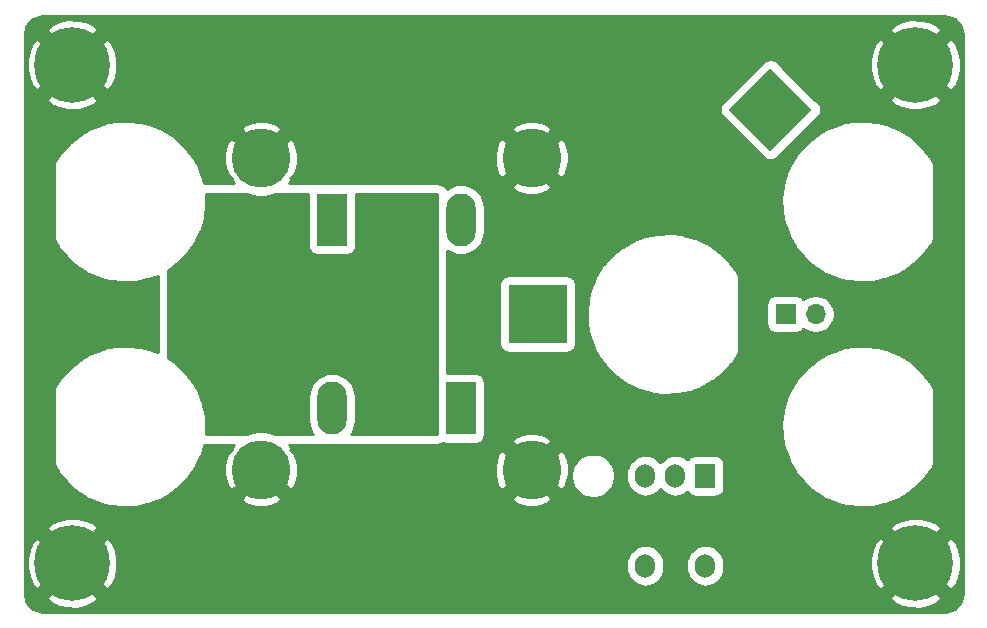
<source format=gbr>
G04 #@! TF.GenerationSoftware,KiCad,Pcbnew,(5.1.5-1-g2528d3844)*
G04 #@! TF.CreationDate,2020-01-09T12:33:36-05:00*
G04 #@! TF.ProjectId,diode-or,64696f64-652d-46f7-922e-6b696361645f,v1.0.0*
G04 #@! TF.SameCoordinates,Original*
G04 #@! TF.FileFunction,Copper,L1,Top*
G04 #@! TF.FilePolarity,Positive*
%FSLAX46Y46*%
G04 Gerber Fmt 4.6, Leading zero omitted, Abs format (unit mm)*
G04 Created by KiCad (PCBNEW (5.1.5-1-g2528d3844)) date 2020-01-09 12:33:36*
%MOMM*%
%LPD*%
G04 APERTURE LIST*
%ADD10O,1.700000X2.000000*%
%ADD11R,1.700000X2.000000*%
%ADD12C,0.762000*%
%ADD13C,0.100000*%
%ADD14R,5.000000X5.000000*%
%ADD15C,5.000000*%
%ADD16C,0.800000*%
%ADD17C,6.400000*%
%ADD18O,2.500000X4.500000*%
%ADD19R,2.500000X4.500000*%
%ADD20O,1.700000X1.700000*%
%ADD21R,1.700000X1.700000*%
%ADD22C,1.016000*%
%ADD23C,0.254000*%
G04 APERTURE END LIST*
D10*
X178100000Y-115620000D03*
X173020000Y-115620000D03*
X173020000Y-108000000D03*
X175560000Y-108000000D03*
D11*
X178100000Y-108000000D03*
D12*
X186326963Y-115812877D03*
X187580513Y-116269132D03*
X188833123Y-116725044D03*
X189289036Y-115472434D03*
X189745291Y-114218884D03*
X190201204Y-112966274D03*
X188948594Y-112510361D03*
X187695044Y-112054106D03*
X186442433Y-111598193D03*
X185986521Y-112850804D03*
X185530266Y-114104354D03*
X185074353Y-115356964D03*
G04 #@! TA.AperFunction,ComponentPad*
D13*
G36*
X189131959Y-117365901D02*
G01*
X184433496Y-115655800D01*
X186143597Y-110957337D01*
X190842060Y-112667438D01*
X189131959Y-117365901D01*
G37*
G04 #@! TD.AperFunction*
D12*
X182679252Y-75110972D03*
X181735972Y-76054252D03*
X180793398Y-76996825D03*
X181735972Y-77939399D03*
X182679252Y-78882679D03*
X183621825Y-79825253D03*
X184564399Y-78882679D03*
X185507679Y-77939399D03*
X186450253Y-76996825D03*
X185507679Y-76054252D03*
X184564399Y-75110972D03*
X183621825Y-74168398D03*
G04 #@! TA.AperFunction,ComponentPad*
D13*
G36*
X180086291Y-76996825D02*
G01*
X183621825Y-73461291D01*
X187157359Y-76996825D01*
X183621825Y-80532359D01*
X180086291Y-76996825D01*
G37*
G04 #@! TD.AperFunction*
D12*
X161902216Y-93633000D03*
X161902216Y-94967000D03*
X161902216Y-96300000D03*
X163235216Y-96300000D03*
X164569216Y-96300000D03*
X165902216Y-96300000D03*
X165902216Y-94967000D03*
X165902216Y-93633000D03*
X165902216Y-92300000D03*
X164569216Y-92300000D03*
X163235216Y-92300000D03*
X161902216Y-92300000D03*
D14*
X163902216Y-94300000D03*
D12*
X132819487Y-116269132D03*
X134073037Y-115812877D03*
X135325647Y-115356964D03*
X134869734Y-114104354D03*
X134413479Y-112850804D03*
X133957567Y-111598193D03*
X132704956Y-112054106D03*
X131451406Y-112510361D03*
X130198796Y-112966274D03*
X130654709Y-114218884D03*
X131110964Y-115472434D03*
X131566877Y-116725044D03*
G04 #@! TA.AperFunction,ComponentPad*
D13*
G36*
X135966504Y-115655800D02*
G01*
X131268041Y-117365901D01*
X129557940Y-112667438D01*
X134256403Y-110957337D01*
X135966504Y-115655800D01*
G37*
G04 #@! TD.AperFunction*
D12*
X137720748Y-94439028D03*
X138664028Y-93495748D03*
X139606602Y-92553175D03*
X138664028Y-91610601D03*
X137720748Y-90667321D03*
X136778175Y-89724747D03*
X135835601Y-90667321D03*
X134892321Y-91610601D03*
X133949747Y-92553175D03*
X134892321Y-93495748D03*
X135835601Y-94439028D03*
X136778175Y-95381602D03*
G04 #@! TA.AperFunction,ComponentPad*
D13*
G36*
X140313709Y-92553175D02*
G01*
X136778175Y-96088709D01*
X133242641Y-92553175D01*
X136778175Y-89017641D01*
X140313709Y-92553175D01*
G37*
G04 #@! TD.AperFunction*
D15*
X140501109Y-107500000D03*
X163401109Y-107500000D03*
X163401109Y-81100000D03*
X140501109Y-81100000D03*
D16*
X197597056Y-113702944D03*
X195900000Y-113000000D03*
X194202944Y-113702944D03*
X193500000Y-115400000D03*
X194202944Y-117097056D03*
X195900000Y-117800000D03*
X197597056Y-117097056D03*
X198300000Y-115400000D03*
D17*
X195900000Y-115400000D03*
D16*
X126197056Y-113702944D03*
X124500000Y-113000000D03*
X122802944Y-113702944D03*
X122100000Y-115400000D03*
X122802944Y-117097056D03*
X124500000Y-117800000D03*
X126197056Y-117097056D03*
X126900000Y-115400000D03*
D17*
X124500000Y-115400000D03*
D16*
X197597056Y-71502944D03*
X195900000Y-70800000D03*
X194202944Y-71502944D03*
X193500000Y-73200000D03*
X194202944Y-74897056D03*
X195900000Y-75600000D03*
X197597056Y-74897056D03*
X198300000Y-73200000D03*
D17*
X195900000Y-73200000D03*
D16*
X126197056Y-71502944D03*
X124500000Y-70800000D03*
X122802944Y-71502944D03*
X122100000Y-73200000D03*
X122802944Y-74897056D03*
X124500000Y-75600000D03*
X126197056Y-74897056D03*
X126900000Y-73200000D03*
D17*
X124500000Y-73200000D03*
D18*
X146501109Y-102300000D03*
X151951109Y-102300000D03*
D19*
X157401109Y-102300000D03*
D18*
X157401109Y-86300000D03*
X151951109Y-86300000D03*
D19*
X146501109Y-86300000D03*
D20*
X187440000Y-94300000D03*
D21*
X184900000Y-94300000D03*
D22*
X148800000Y-111100000D03*
D23*
G36*
X198689324Y-69138804D02*
G01*
X198967628Y-69222829D01*
X199224312Y-69359311D01*
X199449597Y-69543048D01*
X199634903Y-69767044D01*
X199773175Y-70022774D01*
X199859140Y-70300483D01*
X199892000Y-70613126D01*
X199892001Y-117975149D01*
X199861196Y-118289321D01*
X199777171Y-118567628D01*
X199640690Y-118824310D01*
X199456949Y-119049599D01*
X199232956Y-119234903D01*
X198977226Y-119373175D01*
X198699520Y-119459139D01*
X198386874Y-119492000D01*
X122024841Y-119492000D01*
X121710679Y-119461196D01*
X121432372Y-119377171D01*
X121175690Y-119240690D01*
X120950401Y-119056949D01*
X120765097Y-118832956D01*
X120626825Y-118577226D01*
X120555565Y-118347021D01*
X122271400Y-118347021D01*
X122665685Y-118788980D01*
X123362088Y-119081718D01*
X124102221Y-119232971D01*
X124857639Y-119236924D01*
X125599313Y-119093427D01*
X126298742Y-118807993D01*
X126334315Y-118788980D01*
X126728600Y-118347021D01*
X193671400Y-118347021D01*
X194065685Y-118788980D01*
X194762088Y-119081718D01*
X195502221Y-119232971D01*
X196257639Y-119236924D01*
X196999313Y-119093427D01*
X197698742Y-118807993D01*
X197734315Y-118788980D01*
X198128600Y-118347021D01*
X195900000Y-116118420D01*
X193671400Y-118347021D01*
X126728600Y-118347021D01*
X124500000Y-116118420D01*
X122271400Y-118347021D01*
X120555565Y-118347021D01*
X120540861Y-118299520D01*
X120508000Y-117986874D01*
X120508000Y-115757639D01*
X120663076Y-115757639D01*
X120806573Y-116499313D01*
X121092007Y-117198742D01*
X121111020Y-117234315D01*
X121552979Y-117628600D01*
X123781580Y-115400000D01*
X125218420Y-115400000D01*
X127447021Y-117628600D01*
X127888980Y-117234315D01*
X128181718Y-116537912D01*
X128332971Y-115797779D01*
X128335100Y-115390816D01*
X171408000Y-115390816D01*
X171408000Y-115849185D01*
X171431325Y-116086007D01*
X171523501Y-116389870D01*
X171673186Y-116669912D01*
X171874629Y-116915371D01*
X172120089Y-117116814D01*
X172400131Y-117266499D01*
X172703994Y-117358675D01*
X173020000Y-117389799D01*
X173336007Y-117358675D01*
X173639870Y-117266499D01*
X173919912Y-117116814D01*
X174165371Y-116915371D01*
X174366814Y-116669912D01*
X174516499Y-116389869D01*
X174608675Y-116086006D01*
X174632000Y-115849184D01*
X174632000Y-115390816D01*
X176488000Y-115390816D01*
X176488000Y-115849185D01*
X176511325Y-116086007D01*
X176603501Y-116389870D01*
X176753186Y-116669912D01*
X176954629Y-116915371D01*
X177200089Y-117116814D01*
X177480131Y-117266499D01*
X177783994Y-117358675D01*
X178100000Y-117389799D01*
X178416007Y-117358675D01*
X178719870Y-117266499D01*
X178999912Y-117116814D01*
X179245371Y-116915371D01*
X179446814Y-116669912D01*
X179596499Y-116389869D01*
X179688675Y-116086006D01*
X179712000Y-115849184D01*
X179712000Y-115757639D01*
X192063076Y-115757639D01*
X192206573Y-116499313D01*
X192492007Y-117198742D01*
X192511020Y-117234315D01*
X192952979Y-117628600D01*
X195181580Y-115400000D01*
X196618420Y-115400000D01*
X198847021Y-117628600D01*
X199288980Y-117234315D01*
X199581718Y-116537912D01*
X199732971Y-115797779D01*
X199736924Y-115042361D01*
X199593427Y-114300687D01*
X199307993Y-113601258D01*
X199288980Y-113565685D01*
X198847021Y-113171400D01*
X196618420Y-115400000D01*
X195181580Y-115400000D01*
X192952979Y-113171400D01*
X192511020Y-113565685D01*
X192218282Y-114262088D01*
X192067029Y-115002221D01*
X192063076Y-115757639D01*
X179712000Y-115757639D01*
X179712000Y-115390815D01*
X179688675Y-115153993D01*
X179596499Y-114850130D01*
X179446814Y-114570088D01*
X179245371Y-114324629D01*
X178999911Y-114123186D01*
X178719869Y-113973501D01*
X178416006Y-113881325D01*
X178100000Y-113850201D01*
X177783993Y-113881325D01*
X177480130Y-113973501D01*
X177200088Y-114123186D01*
X176954629Y-114324629D01*
X176753186Y-114570089D01*
X176603501Y-114850131D01*
X176511325Y-115153994D01*
X176488000Y-115390816D01*
X174632000Y-115390816D01*
X174632000Y-115390815D01*
X174608675Y-115153993D01*
X174516499Y-114850130D01*
X174366814Y-114570088D01*
X174165371Y-114324629D01*
X173919911Y-114123186D01*
X173639869Y-113973501D01*
X173336006Y-113881325D01*
X173020000Y-113850201D01*
X172703993Y-113881325D01*
X172400130Y-113973501D01*
X172120088Y-114123186D01*
X171874629Y-114324629D01*
X171673186Y-114570089D01*
X171523501Y-114850131D01*
X171431325Y-115153994D01*
X171408000Y-115390816D01*
X128335100Y-115390816D01*
X128336924Y-115042361D01*
X128193427Y-114300687D01*
X127907993Y-113601258D01*
X127888980Y-113565685D01*
X127447021Y-113171400D01*
X125218420Y-115400000D01*
X123781580Y-115400000D01*
X121552979Y-113171400D01*
X121111020Y-113565685D01*
X120818282Y-114262088D01*
X120667029Y-115002221D01*
X120663076Y-115757639D01*
X120508000Y-115757639D01*
X120508000Y-112452979D01*
X122271400Y-112452979D01*
X124500000Y-114681580D01*
X126728600Y-112452979D01*
X193671400Y-112452979D01*
X195900000Y-114681580D01*
X198128600Y-112452979D01*
X197734315Y-112011020D01*
X197037912Y-111718282D01*
X196297779Y-111567029D01*
X195542361Y-111563076D01*
X194800687Y-111706573D01*
X194101258Y-111992007D01*
X194065685Y-112011020D01*
X193671400Y-112452979D01*
X126728600Y-112452979D01*
X126334315Y-112011020D01*
X125637912Y-111718282D01*
X124897779Y-111567029D01*
X124142361Y-111563076D01*
X123400687Y-111706573D01*
X122701258Y-111992007D01*
X122665685Y-112011020D01*
X122271400Y-112452979D01*
X120508000Y-112452979D01*
X120508000Y-81664605D01*
X122942000Y-81664605D01*
X122942001Y-87885397D01*
X122949352Y-87960035D01*
X122978400Y-88055793D01*
X123025572Y-88144045D01*
X123035127Y-88155688D01*
X123298057Y-88584751D01*
X123316102Y-88609587D01*
X123333240Y-88635064D01*
X123952554Y-89415641D01*
X123952560Y-89415649D01*
X124006853Y-89474017D01*
X124740655Y-90148103D01*
X124740661Y-90148110D01*
X124803416Y-90197265D01*
X125633640Y-90748265D01*
X125703312Y-90786998D01*
X126609507Y-91201338D01*
X126609509Y-91201339D01*
X126684383Y-91228696D01*
X127644242Y-91496175D01*
X127722473Y-91511483D01*
X128712356Y-91625514D01*
X128792019Y-91628395D01*
X129787554Y-91586170D01*
X129866687Y-91576554D01*
X129866701Y-91576550D01*
X130843348Y-91379115D01*
X130843360Y-91379113D01*
X130881687Y-91368174D01*
X130920014Y-91357236D01*
X130920025Y-91357231D01*
X131738000Y-91052563D01*
X131738000Y-97557554D01*
X131390496Y-97398665D01*
X131390491Y-97398662D01*
X131315617Y-97371305D01*
X130355758Y-97103826D01*
X130277527Y-97088518D01*
X129287643Y-96974487D01*
X129207981Y-96971606D01*
X128212446Y-97013831D01*
X128133313Y-97023447D01*
X128133301Y-97023450D01*
X127156655Y-97220886D01*
X127156640Y-97220888D01*
X127107375Y-97234949D01*
X127079987Y-97242765D01*
X127079980Y-97242768D01*
X126146236Y-97590558D01*
X126146225Y-97590561D01*
X126115991Y-97604614D01*
X126073937Y-97624160D01*
X126073928Y-97624166D01*
X125206078Y-98113746D01*
X125139936Y-98158240D01*
X125139930Y-98158245D01*
X124359358Y-98777555D01*
X124359350Y-98777561D01*
X124300983Y-98831854D01*
X123626892Y-99565660D01*
X123626891Y-99565661D01*
X123577736Y-99628416D01*
X123040972Y-100437190D01*
X123025572Y-100455955D01*
X122978400Y-100544208D01*
X122949352Y-100639966D01*
X122942001Y-100714604D01*
X122942002Y-106935396D01*
X122949353Y-107010034D01*
X122978401Y-107105792D01*
X123025573Y-107194044D01*
X123035124Y-107205682D01*
X123298057Y-107634750D01*
X123316096Y-107659579D01*
X123333240Y-107685064D01*
X123952555Y-108465642D01*
X123952561Y-108465650D01*
X124006854Y-108524017D01*
X124740661Y-109198109D01*
X124803416Y-109247264D01*
X125633640Y-109798264D01*
X125703312Y-109836997D01*
X126609509Y-110251338D01*
X126684383Y-110278695D01*
X127644242Y-110546174D01*
X127722473Y-110561482D01*
X128712356Y-110675513D01*
X128792019Y-110678394D01*
X129787554Y-110636169D01*
X129866687Y-110626553D01*
X129866701Y-110626549D01*
X130843347Y-110429114D01*
X130843359Y-110429112D01*
X130881686Y-110418173D01*
X130920013Y-110407235D01*
X130920024Y-110407230D01*
X131853775Y-110059439D01*
X131926063Y-110025840D01*
X132071598Y-109943739D01*
X138775790Y-109943739D01*
X139084701Y-110313779D01*
X139660858Y-110536041D01*
X140269305Y-110641629D01*
X140886661Y-110626486D01*
X141489200Y-110491194D01*
X141917517Y-110313779D01*
X142226428Y-109943739D01*
X161675790Y-109943739D01*
X161984701Y-110313779D01*
X162560858Y-110536041D01*
X163169305Y-110641629D01*
X163786661Y-110626486D01*
X164389200Y-110491194D01*
X164817517Y-110313779D01*
X165126428Y-109943739D01*
X163401109Y-108218420D01*
X161675790Y-109943739D01*
X142226428Y-109943739D01*
X140501109Y-108218420D01*
X138775790Y-109943739D01*
X132071598Y-109943739D01*
X132793916Y-109536257D01*
X132793922Y-109536254D01*
X132860064Y-109491760D01*
X133640642Y-108872445D01*
X133640650Y-108872439D01*
X133699017Y-108818146D01*
X134373109Y-108084339D01*
X134422264Y-108021584D01*
X134973264Y-107191360D01*
X135011997Y-107121688D01*
X135426338Y-106215491D01*
X135453695Y-106140617D01*
X135670668Y-105362000D01*
X138184967Y-105362000D01*
X137914826Y-105632141D01*
X138057368Y-105774683D01*
X137687330Y-106083592D01*
X137465068Y-106659749D01*
X137359480Y-107268196D01*
X137374623Y-107885552D01*
X137509915Y-108488091D01*
X137687330Y-108916408D01*
X138057370Y-109225319D01*
X139782689Y-107500000D01*
X139768547Y-107485858D01*
X140486967Y-106767438D01*
X140501109Y-106781580D01*
X140515252Y-106767438D01*
X141233672Y-107485858D01*
X141219529Y-107500000D01*
X142944848Y-109225319D01*
X143314888Y-108916408D01*
X143537150Y-108340251D01*
X143642738Y-107731804D01*
X143631367Y-107268196D01*
X160259480Y-107268196D01*
X160274623Y-107885552D01*
X160409915Y-108488091D01*
X160587330Y-108916408D01*
X160957370Y-109225319D01*
X162682689Y-107500000D01*
X164119529Y-107500000D01*
X165844848Y-109225319D01*
X166214888Y-108916408D01*
X166437150Y-108340251D01*
X166528448Y-107814147D01*
X166713000Y-107814147D01*
X166713000Y-108185853D01*
X166785517Y-108550417D01*
X166927763Y-108893829D01*
X167134272Y-109202892D01*
X167397108Y-109465728D01*
X167706171Y-109672237D01*
X168049583Y-109814483D01*
X168414147Y-109887000D01*
X168785853Y-109887000D01*
X169150417Y-109814483D01*
X169493829Y-109672237D01*
X169802892Y-109465728D01*
X170065728Y-109202892D01*
X170272237Y-108893829D01*
X170414483Y-108550417D01*
X170487000Y-108185853D01*
X170487000Y-107814147D01*
X170478381Y-107770816D01*
X171408000Y-107770816D01*
X171408000Y-108229185D01*
X171431325Y-108466007D01*
X171523501Y-108769870D01*
X171673186Y-109049912D01*
X171874629Y-109295371D01*
X172120089Y-109496814D01*
X172400131Y-109646499D01*
X172703994Y-109738675D01*
X173020000Y-109769799D01*
X173336007Y-109738675D01*
X173639870Y-109646499D01*
X173919912Y-109496814D01*
X174165371Y-109295371D01*
X174290000Y-109143510D01*
X174414629Y-109295371D01*
X174660089Y-109496814D01*
X174940131Y-109646499D01*
X175243994Y-109738675D01*
X175560000Y-109769799D01*
X175876007Y-109738675D01*
X176179870Y-109646499D01*
X176459912Y-109496814D01*
X176593104Y-109387506D01*
X176613355Y-109425392D01*
X176708578Y-109541422D01*
X176824608Y-109636645D01*
X176956985Y-109707402D01*
X177100622Y-109750974D01*
X177250000Y-109765686D01*
X178950000Y-109765686D01*
X179099378Y-109750974D01*
X179243015Y-109707402D01*
X179375392Y-109636645D01*
X179491422Y-109541422D01*
X179586645Y-109425392D01*
X179657402Y-109293015D01*
X179700974Y-109149378D01*
X179715686Y-109000000D01*
X179715686Y-107000000D01*
X179700974Y-106850622D01*
X179657402Y-106706985D01*
X179586645Y-106574608D01*
X179491422Y-106458578D01*
X179375392Y-106363355D01*
X179243015Y-106292598D01*
X179099378Y-106249026D01*
X178950000Y-106234314D01*
X177250000Y-106234314D01*
X177100622Y-106249026D01*
X176956985Y-106292598D01*
X176824608Y-106363355D01*
X176708578Y-106458578D01*
X176613355Y-106574608D01*
X176593104Y-106612494D01*
X176459911Y-106503186D01*
X176179869Y-106353501D01*
X175876006Y-106261325D01*
X175560000Y-106230201D01*
X175243993Y-106261325D01*
X174940130Y-106353501D01*
X174660088Y-106503186D01*
X174414629Y-106704629D01*
X174290000Y-106856490D01*
X174165371Y-106704629D01*
X173919911Y-106503186D01*
X173639869Y-106353501D01*
X173336006Y-106261325D01*
X173020000Y-106230201D01*
X172703993Y-106261325D01*
X172400130Y-106353501D01*
X172120088Y-106503186D01*
X171874629Y-106704629D01*
X171673186Y-106950089D01*
X171523501Y-107230131D01*
X171431325Y-107533994D01*
X171408000Y-107770816D01*
X170478381Y-107770816D01*
X170414483Y-107449583D01*
X170272237Y-107106171D01*
X170065728Y-106797108D01*
X169802892Y-106534272D01*
X169493829Y-106327763D01*
X169150417Y-106185517D01*
X168785853Y-106113000D01*
X168414147Y-106113000D01*
X168049583Y-106185517D01*
X167706171Y-106327763D01*
X167397108Y-106534272D01*
X167134272Y-106797108D01*
X166927763Y-107106171D01*
X166785517Y-107449583D01*
X166713000Y-107814147D01*
X166528448Y-107814147D01*
X166542738Y-107731804D01*
X166527595Y-107114448D01*
X166392303Y-106511909D01*
X166214888Y-106083592D01*
X165844848Y-105774681D01*
X164119529Y-107500000D01*
X162682689Y-107500000D01*
X160957370Y-105774681D01*
X160587330Y-106083592D01*
X160365068Y-106659749D01*
X160259480Y-107268196D01*
X143631367Y-107268196D01*
X143627595Y-107114448D01*
X143492303Y-106511909D01*
X143314888Y-106083592D01*
X142944850Y-105774683D01*
X143087392Y-105632141D01*
X142817251Y-105362000D01*
X155500000Y-105362000D01*
X155648659Y-105347358D01*
X155791605Y-105303996D01*
X155871289Y-105261405D01*
X156001731Y-105300974D01*
X156151109Y-105315686D01*
X158651109Y-105315686D01*
X158800487Y-105300974D01*
X158944124Y-105257402D01*
X159076501Y-105186645D01*
X159192531Y-105091422D01*
X159221386Y-105056261D01*
X161675790Y-105056261D01*
X163401109Y-106781580D01*
X165126428Y-105056261D01*
X164817517Y-104686221D01*
X164241360Y-104463959D01*
X163632913Y-104358371D01*
X163015557Y-104373514D01*
X162413018Y-104508806D01*
X161984701Y-104686221D01*
X161675790Y-105056261D01*
X159221386Y-105056261D01*
X159287754Y-104975392D01*
X159358511Y-104843015D01*
X159402083Y-104699378D01*
X159416795Y-104550000D01*
X159416795Y-103617018D01*
X184546605Y-103617018D01*
X184588830Y-104612554D01*
X184598446Y-104691687D01*
X184598450Y-104691701D01*
X184795885Y-105668347D01*
X184795887Y-105668359D01*
X184817764Y-105745013D01*
X185165559Y-106678775D01*
X185199158Y-106751063D01*
X185199164Y-106751072D01*
X185688746Y-107618922D01*
X185733239Y-107685064D01*
X185733244Y-107685070D01*
X186352553Y-108465641D01*
X186352559Y-108465649D01*
X186406852Y-108524017D01*
X187140654Y-109198103D01*
X187140660Y-109198110D01*
X187203415Y-109247265D01*
X188033639Y-109798265D01*
X188103311Y-109836998D01*
X189009506Y-110251338D01*
X189009508Y-110251339D01*
X189084382Y-110278696D01*
X190044241Y-110546175D01*
X190122472Y-110561483D01*
X191112355Y-110675514D01*
X191192018Y-110678395D01*
X192187554Y-110636170D01*
X192266687Y-110626554D01*
X192266701Y-110626550D01*
X193243347Y-110429115D01*
X193243359Y-110429113D01*
X193320013Y-110407236D01*
X194253775Y-110059441D01*
X194326063Y-110025842D01*
X194326072Y-110025836D01*
X195193917Y-109536257D01*
X195193921Y-109536255D01*
X195222445Y-109517067D01*
X195260064Y-109491761D01*
X195260070Y-109491756D01*
X196040641Y-108872447D01*
X196040649Y-108872441D01*
X196099017Y-108818148D01*
X196773103Y-108084346D01*
X196773110Y-108084340D01*
X196822265Y-108021585D01*
X197359036Y-107212801D01*
X197374429Y-107194044D01*
X197421601Y-107105792D01*
X197450649Y-107010034D01*
X197458000Y-106935396D01*
X197458000Y-100714603D01*
X197450649Y-100639965D01*
X197421601Y-100544207D01*
X197374429Y-100455955D01*
X197364874Y-100444312D01*
X197101944Y-100015249D01*
X197083894Y-99990405D01*
X197066761Y-99964937D01*
X196447444Y-99184357D01*
X196447440Y-99184350D01*
X196407808Y-99141744D01*
X196393148Y-99125983D01*
X196393141Y-99125978D01*
X195659340Y-98451890D01*
X195596585Y-98402735D01*
X194766361Y-97851735D01*
X194696689Y-97813002D01*
X193790497Y-97398664D01*
X193790492Y-97398661D01*
X193715618Y-97371304D01*
X192755759Y-97103825D01*
X192677528Y-97088517D01*
X191687644Y-96974486D01*
X191607982Y-96971605D01*
X190612446Y-97013830D01*
X190533313Y-97023446D01*
X190533301Y-97023449D01*
X189556653Y-97220885D01*
X189556641Y-97220887D01*
X189479987Y-97242764D01*
X188546225Y-97590559D01*
X188473937Y-97624158D01*
X187606088Y-98113740D01*
X187606078Y-98113745D01*
X187577555Y-98132933D01*
X187539936Y-98158239D01*
X187539930Y-98158244D01*
X186759357Y-98777556D01*
X186759350Y-98777560D01*
X186733710Y-98801410D01*
X186700983Y-98831852D01*
X186700978Y-98831859D01*
X186026890Y-99565660D01*
X185977735Y-99628415D01*
X185426735Y-100458639D01*
X185388002Y-100528311D01*
X184973664Y-101434503D01*
X184973661Y-101434508D01*
X184946304Y-101509382D01*
X184678825Y-102469241D01*
X184663517Y-102547472D01*
X184549486Y-103537354D01*
X184549486Y-103537355D01*
X184546605Y-103617018D01*
X159416795Y-103617018D01*
X159416795Y-100050000D01*
X159402083Y-99900622D01*
X159358511Y-99756985D01*
X159287754Y-99624608D01*
X159192531Y-99508578D01*
X159076501Y-99413355D01*
X158944124Y-99342598D01*
X158800487Y-99299026D01*
X158651109Y-99284314D01*
X156262000Y-99284314D01*
X156262000Y-91800000D01*
X160636530Y-91800000D01*
X160636530Y-96800000D01*
X160651242Y-96949378D01*
X160694814Y-97093015D01*
X160765571Y-97225392D01*
X160860794Y-97341422D01*
X160976824Y-97436645D01*
X161109201Y-97507402D01*
X161252838Y-97550974D01*
X161402216Y-97565686D01*
X166402216Y-97565686D01*
X166551594Y-97550974D01*
X166695231Y-97507402D01*
X166827608Y-97436645D01*
X166943638Y-97341422D01*
X167038861Y-97225392D01*
X167109618Y-97093015D01*
X167153190Y-96949378D01*
X167167902Y-96800000D01*
X167167902Y-94092018D01*
X168048822Y-94092018D01*
X168091046Y-95087553D01*
X168100662Y-95166685D01*
X168100665Y-95166697D01*
X168298101Y-96143346D01*
X168298103Y-96143358D01*
X168308294Y-96179065D01*
X168319980Y-96220012D01*
X168319985Y-96220023D01*
X168667776Y-97153775D01*
X168701375Y-97226063D01*
X169190956Y-98093911D01*
X169190961Y-98093921D01*
X169235455Y-98160063D01*
X169854775Y-98940646D01*
X169854776Y-98940648D01*
X169909069Y-98999015D01*
X170642870Y-99673102D01*
X170642876Y-99673109D01*
X170705631Y-99722264D01*
X171535855Y-100273264D01*
X171605527Y-100311997D01*
X172511724Y-100726338D01*
X172586598Y-100753695D01*
X173546457Y-101021174D01*
X173624688Y-101036482D01*
X174614571Y-101150513D01*
X174694234Y-101153394D01*
X175689769Y-101111170D01*
X175768901Y-101101554D01*
X175768913Y-101101551D01*
X176745562Y-100904115D01*
X176745574Y-100904113D01*
X176783901Y-100893174D01*
X176822228Y-100882236D01*
X176822239Y-100882231D01*
X177755991Y-100534440D01*
X177828279Y-100500841D01*
X178696127Y-100011260D01*
X178696137Y-100011255D01*
X178762279Y-99966761D01*
X179542865Y-99347439D01*
X179569374Y-99322780D01*
X179601231Y-99293147D01*
X180275318Y-98559346D01*
X180275325Y-98559340D01*
X180324480Y-98496585D01*
X180861247Y-97687807D01*
X180876645Y-97669044D01*
X180923817Y-97580792D01*
X180952865Y-97485034D01*
X180960216Y-97410396D01*
X180960216Y-93450000D01*
X183284314Y-93450000D01*
X183284314Y-95150000D01*
X183299026Y-95299378D01*
X183342598Y-95443015D01*
X183413355Y-95575392D01*
X183508578Y-95691422D01*
X183624608Y-95786645D01*
X183756985Y-95857402D01*
X183900622Y-95900974D01*
X184050000Y-95915686D01*
X185750000Y-95915686D01*
X185899378Y-95900974D01*
X186043015Y-95857402D01*
X186175392Y-95786645D01*
X186291422Y-95691422D01*
X186386645Y-95575392D01*
X186403725Y-95543437D01*
X186412410Y-95552122D01*
X186676432Y-95728536D01*
X186969797Y-95850052D01*
X187281232Y-95912000D01*
X187598768Y-95912000D01*
X187910203Y-95850052D01*
X188203568Y-95728536D01*
X188467590Y-95552122D01*
X188692122Y-95327590D01*
X188868536Y-95063568D01*
X188990052Y-94770203D01*
X189052000Y-94458768D01*
X189052000Y-94141232D01*
X188990052Y-93829797D01*
X188868536Y-93536432D01*
X188692122Y-93272410D01*
X188467590Y-93047878D01*
X188203568Y-92871464D01*
X187910203Y-92749948D01*
X187598768Y-92688000D01*
X187281232Y-92688000D01*
X186969797Y-92749948D01*
X186676432Y-92871464D01*
X186412410Y-93047878D01*
X186403725Y-93056563D01*
X186386645Y-93024608D01*
X186291422Y-92908578D01*
X186175392Y-92813355D01*
X186043015Y-92742598D01*
X185899378Y-92699026D01*
X185750000Y-92684314D01*
X184050000Y-92684314D01*
X183900622Y-92699026D01*
X183756985Y-92742598D01*
X183624608Y-92813355D01*
X183508578Y-92908578D01*
X183413355Y-93024608D01*
X183342598Y-93156985D01*
X183299026Y-93300622D01*
X183284314Y-93450000D01*
X180960216Y-93450000D01*
X180960216Y-91189604D01*
X180952865Y-91114966D01*
X180923817Y-91019208D01*
X180876645Y-90930956D01*
X180867090Y-90919313D01*
X180604160Y-90490250D01*
X180586110Y-90465406D01*
X180568977Y-90439938D01*
X179949655Y-89659351D01*
X179895363Y-89600984D01*
X179895356Y-89600978D01*
X179161562Y-88926898D01*
X179161556Y-88926891D01*
X179098801Y-88877736D01*
X178268577Y-88326736D01*
X178198905Y-88288003D01*
X177292713Y-87873665D01*
X177292708Y-87873662D01*
X177217834Y-87846305D01*
X176257975Y-87578826D01*
X176179744Y-87563518D01*
X175189862Y-87449487D01*
X175189861Y-87449487D01*
X175110198Y-87446606D01*
X174114663Y-87488830D01*
X174035531Y-87498446D01*
X174035521Y-87498449D01*
X173058872Y-87695885D01*
X173058857Y-87695887D01*
X173015745Y-87708192D01*
X172982204Y-87717764D01*
X172982193Y-87717769D01*
X172048452Y-88065557D01*
X172048441Y-88065560D01*
X171976153Y-88099159D01*
X171108295Y-88588745D01*
X171042153Y-88633239D01*
X171042147Y-88633244D01*
X170261567Y-89252561D01*
X170203200Y-89306853D01*
X170203194Y-89306860D01*
X169529114Y-90040654D01*
X169529107Y-90040660D01*
X169479952Y-90103415D01*
X168928952Y-90933639D01*
X168890219Y-91003311D01*
X168475881Y-91909503D01*
X168475878Y-91909508D01*
X168448521Y-91984382D01*
X168181042Y-92944241D01*
X168165734Y-93022472D01*
X168051703Y-94012354D01*
X168051703Y-94012355D01*
X168048822Y-94092018D01*
X167167902Y-94092018D01*
X167167902Y-91800000D01*
X167153190Y-91650622D01*
X167109618Y-91506985D01*
X167038861Y-91374608D01*
X166943638Y-91258578D01*
X166827608Y-91163355D01*
X166695231Y-91092598D01*
X166551594Y-91049026D01*
X166402216Y-91034314D01*
X161402216Y-91034314D01*
X161252838Y-91049026D01*
X161109201Y-91092598D01*
X160976824Y-91163355D01*
X160860794Y-91258578D01*
X160765571Y-91374608D01*
X160694814Y-91506985D01*
X160651242Y-91650622D01*
X160636530Y-91800000D01*
X156262000Y-91800000D01*
X156262000Y-88967967D01*
X156277894Y-88981011D01*
X156627426Y-89167840D01*
X157006689Y-89282888D01*
X157401109Y-89321735D01*
X157795530Y-89282888D01*
X158174793Y-89167840D01*
X158524325Y-88981011D01*
X158830692Y-88729583D01*
X159082120Y-88423216D01*
X159268949Y-88073684D01*
X159383997Y-87694421D01*
X159413109Y-87398841D01*
X159413109Y-85201159D01*
X159383997Y-84905579D01*
X159281296Y-84567018D01*
X184546606Y-84567018D01*
X184588830Y-85562553D01*
X184598446Y-85641685D01*
X184598449Y-85641697D01*
X184795885Y-86618346D01*
X184795887Y-86618358D01*
X184806078Y-86654065D01*
X184817764Y-86695012D01*
X184817769Y-86695023D01*
X185165560Y-87628775D01*
X185199159Y-87701063D01*
X185688740Y-88568911D01*
X185688745Y-88568921D01*
X185733239Y-88635063D01*
X186352559Y-89415646D01*
X186352560Y-89415648D01*
X186406853Y-89474015D01*
X187140654Y-90148102D01*
X187140660Y-90148109D01*
X187203415Y-90197264D01*
X188033639Y-90748264D01*
X188103311Y-90786997D01*
X189009508Y-91201338D01*
X189084382Y-91228695D01*
X190044241Y-91496174D01*
X190122472Y-91511482D01*
X191112355Y-91625513D01*
X191192018Y-91628394D01*
X192187553Y-91586170D01*
X192266685Y-91576554D01*
X192266697Y-91576551D01*
X193243346Y-91379115D01*
X193243358Y-91379113D01*
X193281685Y-91368174D01*
X193320012Y-91357236D01*
X193320023Y-91357231D01*
X194253775Y-91009440D01*
X194326063Y-90975841D01*
X195193911Y-90486260D01*
X195193921Y-90486255D01*
X195260063Y-90441761D01*
X196040649Y-89822439D01*
X196065924Y-89798928D01*
X196099015Y-89768147D01*
X196773102Y-89034346D01*
X196773109Y-89034340D01*
X196822264Y-88971585D01*
X197359027Y-88162812D01*
X197374429Y-88144045D01*
X197421601Y-88055793D01*
X197450649Y-87960035D01*
X197458000Y-87885397D01*
X197458000Y-81664604D01*
X197450649Y-81589966D01*
X197421601Y-81494208D01*
X197374429Y-81405956D01*
X197364874Y-81394313D01*
X197101944Y-80965250D01*
X197083894Y-80940406D01*
X197066761Y-80914938D01*
X196447439Y-80134351D01*
X196393147Y-80075984D01*
X196393140Y-80075978D01*
X195659346Y-79401898D01*
X195659340Y-79401891D01*
X195596585Y-79352736D01*
X194766361Y-78801736D01*
X194696689Y-78763003D01*
X193790497Y-78348665D01*
X193790492Y-78348662D01*
X193715618Y-78321305D01*
X192755759Y-78053826D01*
X192677528Y-78038518D01*
X191687646Y-77924487D01*
X191687645Y-77924487D01*
X191607982Y-77921606D01*
X190612447Y-77963830D01*
X190533315Y-77973446D01*
X190533305Y-77973449D01*
X189556656Y-78170885D01*
X189556641Y-78170887D01*
X189513529Y-78183192D01*
X189479988Y-78192764D01*
X189479977Y-78192769D01*
X188546236Y-78540557D01*
X188546225Y-78540560D01*
X188473937Y-78574159D01*
X187606079Y-79063745D01*
X187539937Y-79108239D01*
X187539931Y-79108244D01*
X186759351Y-79727561D01*
X186700984Y-79781853D01*
X186700978Y-79781860D01*
X186026898Y-80515654D01*
X186026891Y-80515660D01*
X185977736Y-80578415D01*
X185426736Y-81408639D01*
X185388003Y-81478311D01*
X184973665Y-82384503D01*
X184973662Y-82384508D01*
X184946305Y-82459382D01*
X184678826Y-83419241D01*
X184663518Y-83497472D01*
X184549487Y-84487354D01*
X184549487Y-84487355D01*
X184546606Y-84567018D01*
X159281296Y-84567018D01*
X159268949Y-84526316D01*
X159082120Y-84176784D01*
X158830692Y-83870417D01*
X158524325Y-83618989D01*
X158383542Y-83543739D01*
X161675790Y-83543739D01*
X161984701Y-83913779D01*
X162560858Y-84136041D01*
X163169305Y-84241629D01*
X163786661Y-84226486D01*
X164389200Y-84091194D01*
X164817517Y-83913779D01*
X165126428Y-83543739D01*
X163401109Y-81818420D01*
X161675790Y-83543739D01*
X158383542Y-83543739D01*
X158174792Y-83432160D01*
X157795529Y-83317112D01*
X157401109Y-83278265D01*
X157006688Y-83317112D01*
X156627425Y-83432160D01*
X156277893Y-83618989D01*
X156193311Y-83688404D01*
X156133580Y-83576655D01*
X156038815Y-83461185D01*
X155923345Y-83366420D01*
X155791605Y-83296004D01*
X155648659Y-83252642D01*
X155500000Y-83238000D01*
X142817251Y-83238000D01*
X143087392Y-82967859D01*
X142944850Y-82825317D01*
X143314888Y-82516408D01*
X143537150Y-81940251D01*
X143642738Y-81331804D01*
X143631367Y-80868196D01*
X160259480Y-80868196D01*
X160274623Y-81485552D01*
X160409915Y-82088091D01*
X160587330Y-82516408D01*
X160957370Y-82825319D01*
X162682689Y-81100000D01*
X164119529Y-81100000D01*
X165844848Y-82825319D01*
X166214888Y-82516408D01*
X166437150Y-81940251D01*
X166542738Y-81331804D01*
X166527595Y-80714448D01*
X166392303Y-80111909D01*
X166214888Y-79683592D01*
X165844848Y-79374681D01*
X164119529Y-81100000D01*
X162682689Y-81100000D01*
X160957370Y-79374681D01*
X160587330Y-79683592D01*
X160365068Y-80259749D01*
X160259480Y-80868196D01*
X143631367Y-80868196D01*
X143627595Y-80714448D01*
X143492303Y-80111909D01*
X143314888Y-79683592D01*
X142944848Y-79374681D01*
X141219529Y-81100000D01*
X141233672Y-81114143D01*
X140515252Y-81832563D01*
X140501109Y-81818420D01*
X140486967Y-81832563D01*
X139768547Y-81114143D01*
X139782689Y-81100000D01*
X138057370Y-79374681D01*
X137687330Y-79683592D01*
X137465068Y-80259749D01*
X137359480Y-80868196D01*
X137374623Y-81485552D01*
X137509915Y-82088091D01*
X137687330Y-82516408D01*
X138057368Y-82825317D01*
X137914826Y-82967859D01*
X138184967Y-83238000D01*
X135666045Y-83238000D01*
X135604115Y-82931654D01*
X135604113Y-82931639D01*
X135588421Y-82876659D01*
X135582236Y-82854986D01*
X135582233Y-82854979D01*
X135234443Y-81921235D01*
X135234440Y-81921224D01*
X135200841Y-81848936D01*
X134711259Y-80981087D01*
X134711254Y-80981077D01*
X134666760Y-80914935D01*
X134047440Y-80134352D01*
X134047439Y-80134350D01*
X134007806Y-80091743D01*
X133993147Y-80075983D01*
X133993140Y-80075978D01*
X133259339Y-79401890D01*
X133196584Y-79352735D01*
X132366360Y-78801735D01*
X132296688Y-78763002D01*
X132063237Y-78656261D01*
X138775790Y-78656261D01*
X140501109Y-80381580D01*
X142226428Y-78656261D01*
X161675790Y-78656261D01*
X163401109Y-80381580D01*
X165126428Y-78656261D01*
X164817517Y-78286221D01*
X164241360Y-78063959D01*
X163632913Y-77958371D01*
X163015557Y-77973514D01*
X162413018Y-78108806D01*
X161984701Y-78286221D01*
X161675790Y-78656261D01*
X142226428Y-78656261D01*
X141917517Y-78286221D01*
X141341360Y-78063959D01*
X140732913Y-77958371D01*
X140115557Y-77973514D01*
X139513018Y-78108806D01*
X139084701Y-78286221D01*
X138775790Y-78656261D01*
X132063237Y-78656261D01*
X131390496Y-78348664D01*
X131390491Y-78348661D01*
X131315617Y-78321304D01*
X130355758Y-78053825D01*
X130277527Y-78038517D01*
X129287643Y-77924486D01*
X129207981Y-77921605D01*
X128212446Y-77963830D01*
X128133313Y-77973446D01*
X128133299Y-77973450D01*
X127156654Y-78170885D01*
X127156639Y-78170887D01*
X127107374Y-78184948D01*
X127079986Y-78192764D01*
X127079979Y-78192767D01*
X126146235Y-78540557D01*
X126146224Y-78540560D01*
X126073936Y-78574159D01*
X125206087Y-79063741D01*
X125206077Y-79063746D01*
X125139935Y-79108240D01*
X124359357Y-79727557D01*
X124359350Y-79727561D01*
X124331222Y-79753725D01*
X124300983Y-79781853D01*
X124300978Y-79781860D01*
X123626891Y-80515660D01*
X123626890Y-80515661D01*
X123577735Y-80578416D01*
X123040968Y-81387195D01*
X123025571Y-81405956D01*
X122978399Y-81494209D01*
X122949351Y-81589967D01*
X122942000Y-81664605D01*
X120508000Y-81664605D01*
X120508000Y-76147021D01*
X122271400Y-76147021D01*
X122665685Y-76588980D01*
X123362088Y-76881718D01*
X124102221Y-77032971D01*
X124857639Y-77036924D01*
X125064893Y-76996825D01*
X179320605Y-76996825D01*
X179335317Y-77146203D01*
X179378889Y-77289840D01*
X179449646Y-77422217D01*
X179544869Y-77538247D01*
X183080403Y-81073781D01*
X183196433Y-81169004D01*
X183328810Y-81239761D01*
X183472447Y-81283333D01*
X183621825Y-81298045D01*
X183771203Y-81283333D01*
X183914840Y-81239761D01*
X184047217Y-81169004D01*
X184163247Y-81073781D01*
X187698781Y-77538247D01*
X187794004Y-77422217D01*
X187864761Y-77289840D01*
X187908333Y-77146203D01*
X187923045Y-76996825D01*
X187908333Y-76847447D01*
X187864761Y-76703810D01*
X187794004Y-76571433D01*
X187698781Y-76455403D01*
X187390399Y-76147021D01*
X193671400Y-76147021D01*
X194065685Y-76588980D01*
X194762088Y-76881718D01*
X195502221Y-77032971D01*
X196257639Y-77036924D01*
X196999313Y-76893427D01*
X197698742Y-76607993D01*
X197734315Y-76588980D01*
X198128600Y-76147021D01*
X195900000Y-73918420D01*
X193671400Y-76147021D01*
X187390399Y-76147021D01*
X184801017Y-73557639D01*
X192063076Y-73557639D01*
X192206573Y-74299313D01*
X192492007Y-74998742D01*
X192511020Y-75034315D01*
X192952979Y-75428600D01*
X195181580Y-73200000D01*
X196618420Y-73200000D01*
X198847021Y-75428600D01*
X199288980Y-75034315D01*
X199581718Y-74337912D01*
X199732971Y-73597779D01*
X199736924Y-72842361D01*
X199593427Y-72100687D01*
X199307993Y-71401258D01*
X199288980Y-71365685D01*
X198847021Y-70971400D01*
X196618420Y-73200000D01*
X195181580Y-73200000D01*
X192952979Y-70971400D01*
X192511020Y-71365685D01*
X192218282Y-72062088D01*
X192067029Y-72802221D01*
X192063076Y-73557639D01*
X184801017Y-73557639D01*
X184163247Y-72919869D01*
X184047217Y-72824646D01*
X183914840Y-72753889D01*
X183771203Y-72710317D01*
X183621825Y-72695605D01*
X183472447Y-72710317D01*
X183328810Y-72753889D01*
X183196433Y-72824646D01*
X183080403Y-72919869D01*
X179544869Y-76455403D01*
X179449646Y-76571433D01*
X179378889Y-76703810D01*
X179335317Y-76847447D01*
X179320605Y-76996825D01*
X125064893Y-76996825D01*
X125599313Y-76893427D01*
X126298742Y-76607993D01*
X126334315Y-76588980D01*
X126728600Y-76147021D01*
X124500000Y-73918420D01*
X122271400Y-76147021D01*
X120508000Y-76147021D01*
X120508000Y-73557639D01*
X120663076Y-73557639D01*
X120806573Y-74299313D01*
X121092007Y-74998742D01*
X121111020Y-75034315D01*
X121552979Y-75428600D01*
X123781580Y-73200000D01*
X125218420Y-73200000D01*
X127447021Y-75428600D01*
X127888980Y-75034315D01*
X128181718Y-74337912D01*
X128332971Y-73597779D01*
X128336924Y-72842361D01*
X128193427Y-72100687D01*
X127907993Y-71401258D01*
X127888980Y-71365685D01*
X127447021Y-70971400D01*
X125218420Y-73200000D01*
X123781580Y-73200000D01*
X121552979Y-70971400D01*
X121111020Y-71365685D01*
X120818282Y-72062088D01*
X120667029Y-72802221D01*
X120663076Y-73557639D01*
X120508000Y-73557639D01*
X120508000Y-70624840D01*
X120538804Y-70310676D01*
X120556223Y-70252979D01*
X122271400Y-70252979D01*
X124500000Y-72481580D01*
X126728600Y-70252979D01*
X193671400Y-70252979D01*
X195900000Y-72481580D01*
X198128600Y-70252979D01*
X197734315Y-69811020D01*
X197037912Y-69518282D01*
X196297779Y-69367029D01*
X195542361Y-69363076D01*
X194800687Y-69506573D01*
X194101258Y-69792007D01*
X194065685Y-69811020D01*
X193671400Y-70252979D01*
X126728600Y-70252979D01*
X126334315Y-69811020D01*
X125637912Y-69518282D01*
X124897779Y-69367029D01*
X124142361Y-69363076D01*
X123400687Y-69506573D01*
X122701258Y-69792007D01*
X122665685Y-69811020D01*
X122271400Y-70252979D01*
X120556223Y-70252979D01*
X120622829Y-70032372D01*
X120759311Y-69775688D01*
X120943048Y-69550403D01*
X121167044Y-69365097D01*
X121422774Y-69226825D01*
X121700483Y-69140860D01*
X122013126Y-69108000D01*
X198375160Y-69108000D01*
X198689324Y-69138804D01*
G37*
X198689324Y-69138804D02*
X198967628Y-69222829D01*
X199224312Y-69359311D01*
X199449597Y-69543048D01*
X199634903Y-69767044D01*
X199773175Y-70022774D01*
X199859140Y-70300483D01*
X199892000Y-70613126D01*
X199892001Y-117975149D01*
X199861196Y-118289321D01*
X199777171Y-118567628D01*
X199640690Y-118824310D01*
X199456949Y-119049599D01*
X199232956Y-119234903D01*
X198977226Y-119373175D01*
X198699520Y-119459139D01*
X198386874Y-119492000D01*
X122024841Y-119492000D01*
X121710679Y-119461196D01*
X121432372Y-119377171D01*
X121175690Y-119240690D01*
X120950401Y-119056949D01*
X120765097Y-118832956D01*
X120626825Y-118577226D01*
X120555565Y-118347021D01*
X122271400Y-118347021D01*
X122665685Y-118788980D01*
X123362088Y-119081718D01*
X124102221Y-119232971D01*
X124857639Y-119236924D01*
X125599313Y-119093427D01*
X126298742Y-118807993D01*
X126334315Y-118788980D01*
X126728600Y-118347021D01*
X193671400Y-118347021D01*
X194065685Y-118788980D01*
X194762088Y-119081718D01*
X195502221Y-119232971D01*
X196257639Y-119236924D01*
X196999313Y-119093427D01*
X197698742Y-118807993D01*
X197734315Y-118788980D01*
X198128600Y-118347021D01*
X195900000Y-116118420D01*
X193671400Y-118347021D01*
X126728600Y-118347021D01*
X124500000Y-116118420D01*
X122271400Y-118347021D01*
X120555565Y-118347021D01*
X120540861Y-118299520D01*
X120508000Y-117986874D01*
X120508000Y-115757639D01*
X120663076Y-115757639D01*
X120806573Y-116499313D01*
X121092007Y-117198742D01*
X121111020Y-117234315D01*
X121552979Y-117628600D01*
X123781580Y-115400000D01*
X125218420Y-115400000D01*
X127447021Y-117628600D01*
X127888980Y-117234315D01*
X128181718Y-116537912D01*
X128332971Y-115797779D01*
X128335100Y-115390816D01*
X171408000Y-115390816D01*
X171408000Y-115849185D01*
X171431325Y-116086007D01*
X171523501Y-116389870D01*
X171673186Y-116669912D01*
X171874629Y-116915371D01*
X172120089Y-117116814D01*
X172400131Y-117266499D01*
X172703994Y-117358675D01*
X173020000Y-117389799D01*
X173336007Y-117358675D01*
X173639870Y-117266499D01*
X173919912Y-117116814D01*
X174165371Y-116915371D01*
X174366814Y-116669912D01*
X174516499Y-116389869D01*
X174608675Y-116086006D01*
X174632000Y-115849184D01*
X174632000Y-115390816D01*
X176488000Y-115390816D01*
X176488000Y-115849185D01*
X176511325Y-116086007D01*
X176603501Y-116389870D01*
X176753186Y-116669912D01*
X176954629Y-116915371D01*
X177200089Y-117116814D01*
X177480131Y-117266499D01*
X177783994Y-117358675D01*
X178100000Y-117389799D01*
X178416007Y-117358675D01*
X178719870Y-117266499D01*
X178999912Y-117116814D01*
X179245371Y-116915371D01*
X179446814Y-116669912D01*
X179596499Y-116389869D01*
X179688675Y-116086006D01*
X179712000Y-115849184D01*
X179712000Y-115757639D01*
X192063076Y-115757639D01*
X192206573Y-116499313D01*
X192492007Y-117198742D01*
X192511020Y-117234315D01*
X192952979Y-117628600D01*
X195181580Y-115400000D01*
X196618420Y-115400000D01*
X198847021Y-117628600D01*
X199288980Y-117234315D01*
X199581718Y-116537912D01*
X199732971Y-115797779D01*
X199736924Y-115042361D01*
X199593427Y-114300687D01*
X199307993Y-113601258D01*
X199288980Y-113565685D01*
X198847021Y-113171400D01*
X196618420Y-115400000D01*
X195181580Y-115400000D01*
X192952979Y-113171400D01*
X192511020Y-113565685D01*
X192218282Y-114262088D01*
X192067029Y-115002221D01*
X192063076Y-115757639D01*
X179712000Y-115757639D01*
X179712000Y-115390815D01*
X179688675Y-115153993D01*
X179596499Y-114850130D01*
X179446814Y-114570088D01*
X179245371Y-114324629D01*
X178999911Y-114123186D01*
X178719869Y-113973501D01*
X178416006Y-113881325D01*
X178100000Y-113850201D01*
X177783993Y-113881325D01*
X177480130Y-113973501D01*
X177200088Y-114123186D01*
X176954629Y-114324629D01*
X176753186Y-114570089D01*
X176603501Y-114850131D01*
X176511325Y-115153994D01*
X176488000Y-115390816D01*
X174632000Y-115390816D01*
X174632000Y-115390815D01*
X174608675Y-115153993D01*
X174516499Y-114850130D01*
X174366814Y-114570088D01*
X174165371Y-114324629D01*
X173919911Y-114123186D01*
X173639869Y-113973501D01*
X173336006Y-113881325D01*
X173020000Y-113850201D01*
X172703993Y-113881325D01*
X172400130Y-113973501D01*
X172120088Y-114123186D01*
X171874629Y-114324629D01*
X171673186Y-114570089D01*
X171523501Y-114850131D01*
X171431325Y-115153994D01*
X171408000Y-115390816D01*
X128335100Y-115390816D01*
X128336924Y-115042361D01*
X128193427Y-114300687D01*
X127907993Y-113601258D01*
X127888980Y-113565685D01*
X127447021Y-113171400D01*
X125218420Y-115400000D01*
X123781580Y-115400000D01*
X121552979Y-113171400D01*
X121111020Y-113565685D01*
X120818282Y-114262088D01*
X120667029Y-115002221D01*
X120663076Y-115757639D01*
X120508000Y-115757639D01*
X120508000Y-112452979D01*
X122271400Y-112452979D01*
X124500000Y-114681580D01*
X126728600Y-112452979D01*
X193671400Y-112452979D01*
X195900000Y-114681580D01*
X198128600Y-112452979D01*
X197734315Y-112011020D01*
X197037912Y-111718282D01*
X196297779Y-111567029D01*
X195542361Y-111563076D01*
X194800687Y-111706573D01*
X194101258Y-111992007D01*
X194065685Y-112011020D01*
X193671400Y-112452979D01*
X126728600Y-112452979D01*
X126334315Y-112011020D01*
X125637912Y-111718282D01*
X124897779Y-111567029D01*
X124142361Y-111563076D01*
X123400687Y-111706573D01*
X122701258Y-111992007D01*
X122665685Y-112011020D01*
X122271400Y-112452979D01*
X120508000Y-112452979D01*
X120508000Y-81664605D01*
X122942000Y-81664605D01*
X122942001Y-87885397D01*
X122949352Y-87960035D01*
X122978400Y-88055793D01*
X123025572Y-88144045D01*
X123035127Y-88155688D01*
X123298057Y-88584751D01*
X123316102Y-88609587D01*
X123333240Y-88635064D01*
X123952554Y-89415641D01*
X123952560Y-89415649D01*
X124006853Y-89474017D01*
X124740655Y-90148103D01*
X124740661Y-90148110D01*
X124803416Y-90197265D01*
X125633640Y-90748265D01*
X125703312Y-90786998D01*
X126609507Y-91201338D01*
X126609509Y-91201339D01*
X126684383Y-91228696D01*
X127644242Y-91496175D01*
X127722473Y-91511483D01*
X128712356Y-91625514D01*
X128792019Y-91628395D01*
X129787554Y-91586170D01*
X129866687Y-91576554D01*
X129866701Y-91576550D01*
X130843348Y-91379115D01*
X130843360Y-91379113D01*
X130881687Y-91368174D01*
X130920014Y-91357236D01*
X130920025Y-91357231D01*
X131738000Y-91052563D01*
X131738000Y-97557554D01*
X131390496Y-97398665D01*
X131390491Y-97398662D01*
X131315617Y-97371305D01*
X130355758Y-97103826D01*
X130277527Y-97088518D01*
X129287643Y-96974487D01*
X129207981Y-96971606D01*
X128212446Y-97013831D01*
X128133313Y-97023447D01*
X128133301Y-97023450D01*
X127156655Y-97220886D01*
X127156640Y-97220888D01*
X127107375Y-97234949D01*
X127079987Y-97242765D01*
X127079980Y-97242768D01*
X126146236Y-97590558D01*
X126146225Y-97590561D01*
X126115991Y-97604614D01*
X126073937Y-97624160D01*
X126073928Y-97624166D01*
X125206078Y-98113746D01*
X125139936Y-98158240D01*
X125139930Y-98158245D01*
X124359358Y-98777555D01*
X124359350Y-98777561D01*
X124300983Y-98831854D01*
X123626892Y-99565660D01*
X123626891Y-99565661D01*
X123577736Y-99628416D01*
X123040972Y-100437190D01*
X123025572Y-100455955D01*
X122978400Y-100544208D01*
X122949352Y-100639966D01*
X122942001Y-100714604D01*
X122942002Y-106935396D01*
X122949353Y-107010034D01*
X122978401Y-107105792D01*
X123025573Y-107194044D01*
X123035124Y-107205682D01*
X123298057Y-107634750D01*
X123316096Y-107659579D01*
X123333240Y-107685064D01*
X123952555Y-108465642D01*
X123952561Y-108465650D01*
X124006854Y-108524017D01*
X124740661Y-109198109D01*
X124803416Y-109247264D01*
X125633640Y-109798264D01*
X125703312Y-109836997D01*
X126609509Y-110251338D01*
X126684383Y-110278695D01*
X127644242Y-110546174D01*
X127722473Y-110561482D01*
X128712356Y-110675513D01*
X128792019Y-110678394D01*
X129787554Y-110636169D01*
X129866687Y-110626553D01*
X129866701Y-110626549D01*
X130843347Y-110429114D01*
X130843359Y-110429112D01*
X130881686Y-110418173D01*
X130920013Y-110407235D01*
X130920024Y-110407230D01*
X131853775Y-110059439D01*
X131926063Y-110025840D01*
X132071598Y-109943739D01*
X138775790Y-109943739D01*
X139084701Y-110313779D01*
X139660858Y-110536041D01*
X140269305Y-110641629D01*
X140886661Y-110626486D01*
X141489200Y-110491194D01*
X141917517Y-110313779D01*
X142226428Y-109943739D01*
X161675790Y-109943739D01*
X161984701Y-110313779D01*
X162560858Y-110536041D01*
X163169305Y-110641629D01*
X163786661Y-110626486D01*
X164389200Y-110491194D01*
X164817517Y-110313779D01*
X165126428Y-109943739D01*
X163401109Y-108218420D01*
X161675790Y-109943739D01*
X142226428Y-109943739D01*
X140501109Y-108218420D01*
X138775790Y-109943739D01*
X132071598Y-109943739D01*
X132793916Y-109536257D01*
X132793922Y-109536254D01*
X132860064Y-109491760D01*
X133640642Y-108872445D01*
X133640650Y-108872439D01*
X133699017Y-108818146D01*
X134373109Y-108084339D01*
X134422264Y-108021584D01*
X134973264Y-107191360D01*
X135011997Y-107121688D01*
X135426338Y-106215491D01*
X135453695Y-106140617D01*
X135670668Y-105362000D01*
X138184967Y-105362000D01*
X137914826Y-105632141D01*
X138057368Y-105774683D01*
X137687330Y-106083592D01*
X137465068Y-106659749D01*
X137359480Y-107268196D01*
X137374623Y-107885552D01*
X137509915Y-108488091D01*
X137687330Y-108916408D01*
X138057370Y-109225319D01*
X139782689Y-107500000D01*
X139768547Y-107485858D01*
X140486967Y-106767438D01*
X140501109Y-106781580D01*
X140515252Y-106767438D01*
X141233672Y-107485858D01*
X141219529Y-107500000D01*
X142944848Y-109225319D01*
X143314888Y-108916408D01*
X143537150Y-108340251D01*
X143642738Y-107731804D01*
X143631367Y-107268196D01*
X160259480Y-107268196D01*
X160274623Y-107885552D01*
X160409915Y-108488091D01*
X160587330Y-108916408D01*
X160957370Y-109225319D01*
X162682689Y-107500000D01*
X164119529Y-107500000D01*
X165844848Y-109225319D01*
X166214888Y-108916408D01*
X166437150Y-108340251D01*
X166528448Y-107814147D01*
X166713000Y-107814147D01*
X166713000Y-108185853D01*
X166785517Y-108550417D01*
X166927763Y-108893829D01*
X167134272Y-109202892D01*
X167397108Y-109465728D01*
X167706171Y-109672237D01*
X168049583Y-109814483D01*
X168414147Y-109887000D01*
X168785853Y-109887000D01*
X169150417Y-109814483D01*
X169493829Y-109672237D01*
X169802892Y-109465728D01*
X170065728Y-109202892D01*
X170272237Y-108893829D01*
X170414483Y-108550417D01*
X170487000Y-108185853D01*
X170487000Y-107814147D01*
X170478381Y-107770816D01*
X171408000Y-107770816D01*
X171408000Y-108229185D01*
X171431325Y-108466007D01*
X171523501Y-108769870D01*
X171673186Y-109049912D01*
X171874629Y-109295371D01*
X172120089Y-109496814D01*
X172400131Y-109646499D01*
X172703994Y-109738675D01*
X173020000Y-109769799D01*
X173336007Y-109738675D01*
X173639870Y-109646499D01*
X173919912Y-109496814D01*
X174165371Y-109295371D01*
X174290000Y-109143510D01*
X174414629Y-109295371D01*
X174660089Y-109496814D01*
X174940131Y-109646499D01*
X175243994Y-109738675D01*
X175560000Y-109769799D01*
X175876007Y-109738675D01*
X176179870Y-109646499D01*
X176459912Y-109496814D01*
X176593104Y-109387506D01*
X176613355Y-109425392D01*
X176708578Y-109541422D01*
X176824608Y-109636645D01*
X176956985Y-109707402D01*
X177100622Y-109750974D01*
X177250000Y-109765686D01*
X178950000Y-109765686D01*
X179099378Y-109750974D01*
X179243015Y-109707402D01*
X179375392Y-109636645D01*
X179491422Y-109541422D01*
X179586645Y-109425392D01*
X179657402Y-109293015D01*
X179700974Y-109149378D01*
X179715686Y-109000000D01*
X179715686Y-107000000D01*
X179700974Y-106850622D01*
X179657402Y-106706985D01*
X179586645Y-106574608D01*
X179491422Y-106458578D01*
X179375392Y-106363355D01*
X179243015Y-106292598D01*
X179099378Y-106249026D01*
X178950000Y-106234314D01*
X177250000Y-106234314D01*
X177100622Y-106249026D01*
X176956985Y-106292598D01*
X176824608Y-106363355D01*
X176708578Y-106458578D01*
X176613355Y-106574608D01*
X176593104Y-106612494D01*
X176459911Y-106503186D01*
X176179869Y-106353501D01*
X175876006Y-106261325D01*
X175560000Y-106230201D01*
X175243993Y-106261325D01*
X174940130Y-106353501D01*
X174660088Y-106503186D01*
X174414629Y-106704629D01*
X174290000Y-106856490D01*
X174165371Y-106704629D01*
X173919911Y-106503186D01*
X173639869Y-106353501D01*
X173336006Y-106261325D01*
X173020000Y-106230201D01*
X172703993Y-106261325D01*
X172400130Y-106353501D01*
X172120088Y-106503186D01*
X171874629Y-106704629D01*
X171673186Y-106950089D01*
X171523501Y-107230131D01*
X171431325Y-107533994D01*
X171408000Y-107770816D01*
X170478381Y-107770816D01*
X170414483Y-107449583D01*
X170272237Y-107106171D01*
X170065728Y-106797108D01*
X169802892Y-106534272D01*
X169493829Y-106327763D01*
X169150417Y-106185517D01*
X168785853Y-106113000D01*
X168414147Y-106113000D01*
X168049583Y-106185517D01*
X167706171Y-106327763D01*
X167397108Y-106534272D01*
X167134272Y-106797108D01*
X166927763Y-107106171D01*
X166785517Y-107449583D01*
X166713000Y-107814147D01*
X166528448Y-107814147D01*
X166542738Y-107731804D01*
X166527595Y-107114448D01*
X166392303Y-106511909D01*
X166214888Y-106083592D01*
X165844848Y-105774681D01*
X164119529Y-107500000D01*
X162682689Y-107500000D01*
X160957370Y-105774681D01*
X160587330Y-106083592D01*
X160365068Y-106659749D01*
X160259480Y-107268196D01*
X143631367Y-107268196D01*
X143627595Y-107114448D01*
X143492303Y-106511909D01*
X143314888Y-106083592D01*
X142944850Y-105774683D01*
X143087392Y-105632141D01*
X142817251Y-105362000D01*
X155500000Y-105362000D01*
X155648659Y-105347358D01*
X155791605Y-105303996D01*
X155871289Y-105261405D01*
X156001731Y-105300974D01*
X156151109Y-105315686D01*
X158651109Y-105315686D01*
X158800487Y-105300974D01*
X158944124Y-105257402D01*
X159076501Y-105186645D01*
X159192531Y-105091422D01*
X159221386Y-105056261D01*
X161675790Y-105056261D01*
X163401109Y-106781580D01*
X165126428Y-105056261D01*
X164817517Y-104686221D01*
X164241360Y-104463959D01*
X163632913Y-104358371D01*
X163015557Y-104373514D01*
X162413018Y-104508806D01*
X161984701Y-104686221D01*
X161675790Y-105056261D01*
X159221386Y-105056261D01*
X159287754Y-104975392D01*
X159358511Y-104843015D01*
X159402083Y-104699378D01*
X159416795Y-104550000D01*
X159416795Y-103617018D01*
X184546605Y-103617018D01*
X184588830Y-104612554D01*
X184598446Y-104691687D01*
X184598450Y-104691701D01*
X184795885Y-105668347D01*
X184795887Y-105668359D01*
X184817764Y-105745013D01*
X185165559Y-106678775D01*
X185199158Y-106751063D01*
X185199164Y-106751072D01*
X185688746Y-107618922D01*
X185733239Y-107685064D01*
X185733244Y-107685070D01*
X186352553Y-108465641D01*
X186352559Y-108465649D01*
X186406852Y-108524017D01*
X187140654Y-109198103D01*
X187140660Y-109198110D01*
X187203415Y-109247265D01*
X188033639Y-109798265D01*
X188103311Y-109836998D01*
X189009506Y-110251338D01*
X189009508Y-110251339D01*
X189084382Y-110278696D01*
X190044241Y-110546175D01*
X190122472Y-110561483D01*
X191112355Y-110675514D01*
X191192018Y-110678395D01*
X192187554Y-110636170D01*
X192266687Y-110626554D01*
X192266701Y-110626550D01*
X193243347Y-110429115D01*
X193243359Y-110429113D01*
X193320013Y-110407236D01*
X194253775Y-110059441D01*
X194326063Y-110025842D01*
X194326072Y-110025836D01*
X195193917Y-109536257D01*
X195193921Y-109536255D01*
X195222445Y-109517067D01*
X195260064Y-109491761D01*
X195260070Y-109491756D01*
X196040641Y-108872447D01*
X196040649Y-108872441D01*
X196099017Y-108818148D01*
X196773103Y-108084346D01*
X196773110Y-108084340D01*
X196822265Y-108021585D01*
X197359036Y-107212801D01*
X197374429Y-107194044D01*
X197421601Y-107105792D01*
X197450649Y-107010034D01*
X197458000Y-106935396D01*
X197458000Y-100714603D01*
X197450649Y-100639965D01*
X197421601Y-100544207D01*
X197374429Y-100455955D01*
X197364874Y-100444312D01*
X197101944Y-100015249D01*
X197083894Y-99990405D01*
X197066761Y-99964937D01*
X196447444Y-99184357D01*
X196447440Y-99184350D01*
X196407808Y-99141744D01*
X196393148Y-99125983D01*
X196393141Y-99125978D01*
X195659340Y-98451890D01*
X195596585Y-98402735D01*
X194766361Y-97851735D01*
X194696689Y-97813002D01*
X193790497Y-97398664D01*
X193790492Y-97398661D01*
X193715618Y-97371304D01*
X192755759Y-97103825D01*
X192677528Y-97088517D01*
X191687644Y-96974486D01*
X191607982Y-96971605D01*
X190612446Y-97013830D01*
X190533313Y-97023446D01*
X190533301Y-97023449D01*
X189556653Y-97220885D01*
X189556641Y-97220887D01*
X189479987Y-97242764D01*
X188546225Y-97590559D01*
X188473937Y-97624158D01*
X187606088Y-98113740D01*
X187606078Y-98113745D01*
X187577555Y-98132933D01*
X187539936Y-98158239D01*
X187539930Y-98158244D01*
X186759357Y-98777556D01*
X186759350Y-98777560D01*
X186733710Y-98801410D01*
X186700983Y-98831852D01*
X186700978Y-98831859D01*
X186026890Y-99565660D01*
X185977735Y-99628415D01*
X185426735Y-100458639D01*
X185388002Y-100528311D01*
X184973664Y-101434503D01*
X184973661Y-101434508D01*
X184946304Y-101509382D01*
X184678825Y-102469241D01*
X184663517Y-102547472D01*
X184549486Y-103537354D01*
X184549486Y-103537355D01*
X184546605Y-103617018D01*
X159416795Y-103617018D01*
X159416795Y-100050000D01*
X159402083Y-99900622D01*
X159358511Y-99756985D01*
X159287754Y-99624608D01*
X159192531Y-99508578D01*
X159076501Y-99413355D01*
X158944124Y-99342598D01*
X158800487Y-99299026D01*
X158651109Y-99284314D01*
X156262000Y-99284314D01*
X156262000Y-91800000D01*
X160636530Y-91800000D01*
X160636530Y-96800000D01*
X160651242Y-96949378D01*
X160694814Y-97093015D01*
X160765571Y-97225392D01*
X160860794Y-97341422D01*
X160976824Y-97436645D01*
X161109201Y-97507402D01*
X161252838Y-97550974D01*
X161402216Y-97565686D01*
X166402216Y-97565686D01*
X166551594Y-97550974D01*
X166695231Y-97507402D01*
X166827608Y-97436645D01*
X166943638Y-97341422D01*
X167038861Y-97225392D01*
X167109618Y-97093015D01*
X167153190Y-96949378D01*
X167167902Y-96800000D01*
X167167902Y-94092018D01*
X168048822Y-94092018D01*
X168091046Y-95087553D01*
X168100662Y-95166685D01*
X168100665Y-95166697D01*
X168298101Y-96143346D01*
X168298103Y-96143358D01*
X168308294Y-96179065D01*
X168319980Y-96220012D01*
X168319985Y-96220023D01*
X168667776Y-97153775D01*
X168701375Y-97226063D01*
X169190956Y-98093911D01*
X169190961Y-98093921D01*
X169235455Y-98160063D01*
X169854775Y-98940646D01*
X169854776Y-98940648D01*
X169909069Y-98999015D01*
X170642870Y-99673102D01*
X170642876Y-99673109D01*
X170705631Y-99722264D01*
X171535855Y-100273264D01*
X171605527Y-100311997D01*
X172511724Y-100726338D01*
X172586598Y-100753695D01*
X173546457Y-101021174D01*
X173624688Y-101036482D01*
X174614571Y-101150513D01*
X174694234Y-101153394D01*
X175689769Y-101111170D01*
X175768901Y-101101554D01*
X175768913Y-101101551D01*
X176745562Y-100904115D01*
X176745574Y-100904113D01*
X176783901Y-100893174D01*
X176822228Y-100882236D01*
X176822239Y-100882231D01*
X177755991Y-100534440D01*
X177828279Y-100500841D01*
X178696127Y-100011260D01*
X178696137Y-100011255D01*
X178762279Y-99966761D01*
X179542865Y-99347439D01*
X179569374Y-99322780D01*
X179601231Y-99293147D01*
X180275318Y-98559346D01*
X180275325Y-98559340D01*
X180324480Y-98496585D01*
X180861247Y-97687807D01*
X180876645Y-97669044D01*
X180923817Y-97580792D01*
X180952865Y-97485034D01*
X180960216Y-97410396D01*
X180960216Y-93450000D01*
X183284314Y-93450000D01*
X183284314Y-95150000D01*
X183299026Y-95299378D01*
X183342598Y-95443015D01*
X183413355Y-95575392D01*
X183508578Y-95691422D01*
X183624608Y-95786645D01*
X183756985Y-95857402D01*
X183900622Y-95900974D01*
X184050000Y-95915686D01*
X185750000Y-95915686D01*
X185899378Y-95900974D01*
X186043015Y-95857402D01*
X186175392Y-95786645D01*
X186291422Y-95691422D01*
X186386645Y-95575392D01*
X186403725Y-95543437D01*
X186412410Y-95552122D01*
X186676432Y-95728536D01*
X186969797Y-95850052D01*
X187281232Y-95912000D01*
X187598768Y-95912000D01*
X187910203Y-95850052D01*
X188203568Y-95728536D01*
X188467590Y-95552122D01*
X188692122Y-95327590D01*
X188868536Y-95063568D01*
X188990052Y-94770203D01*
X189052000Y-94458768D01*
X189052000Y-94141232D01*
X188990052Y-93829797D01*
X188868536Y-93536432D01*
X188692122Y-93272410D01*
X188467590Y-93047878D01*
X188203568Y-92871464D01*
X187910203Y-92749948D01*
X187598768Y-92688000D01*
X187281232Y-92688000D01*
X186969797Y-92749948D01*
X186676432Y-92871464D01*
X186412410Y-93047878D01*
X186403725Y-93056563D01*
X186386645Y-93024608D01*
X186291422Y-92908578D01*
X186175392Y-92813355D01*
X186043015Y-92742598D01*
X185899378Y-92699026D01*
X185750000Y-92684314D01*
X184050000Y-92684314D01*
X183900622Y-92699026D01*
X183756985Y-92742598D01*
X183624608Y-92813355D01*
X183508578Y-92908578D01*
X183413355Y-93024608D01*
X183342598Y-93156985D01*
X183299026Y-93300622D01*
X183284314Y-93450000D01*
X180960216Y-93450000D01*
X180960216Y-91189604D01*
X180952865Y-91114966D01*
X180923817Y-91019208D01*
X180876645Y-90930956D01*
X180867090Y-90919313D01*
X180604160Y-90490250D01*
X180586110Y-90465406D01*
X180568977Y-90439938D01*
X179949655Y-89659351D01*
X179895363Y-89600984D01*
X179895356Y-89600978D01*
X179161562Y-88926898D01*
X179161556Y-88926891D01*
X179098801Y-88877736D01*
X178268577Y-88326736D01*
X178198905Y-88288003D01*
X177292713Y-87873665D01*
X177292708Y-87873662D01*
X177217834Y-87846305D01*
X176257975Y-87578826D01*
X176179744Y-87563518D01*
X175189862Y-87449487D01*
X175189861Y-87449487D01*
X175110198Y-87446606D01*
X174114663Y-87488830D01*
X174035531Y-87498446D01*
X174035521Y-87498449D01*
X173058872Y-87695885D01*
X173058857Y-87695887D01*
X173015745Y-87708192D01*
X172982204Y-87717764D01*
X172982193Y-87717769D01*
X172048452Y-88065557D01*
X172048441Y-88065560D01*
X171976153Y-88099159D01*
X171108295Y-88588745D01*
X171042153Y-88633239D01*
X171042147Y-88633244D01*
X170261567Y-89252561D01*
X170203200Y-89306853D01*
X170203194Y-89306860D01*
X169529114Y-90040654D01*
X169529107Y-90040660D01*
X169479952Y-90103415D01*
X168928952Y-90933639D01*
X168890219Y-91003311D01*
X168475881Y-91909503D01*
X168475878Y-91909508D01*
X168448521Y-91984382D01*
X168181042Y-92944241D01*
X168165734Y-93022472D01*
X168051703Y-94012354D01*
X168051703Y-94012355D01*
X168048822Y-94092018D01*
X167167902Y-94092018D01*
X167167902Y-91800000D01*
X167153190Y-91650622D01*
X167109618Y-91506985D01*
X167038861Y-91374608D01*
X166943638Y-91258578D01*
X166827608Y-91163355D01*
X166695231Y-91092598D01*
X166551594Y-91049026D01*
X166402216Y-91034314D01*
X161402216Y-91034314D01*
X161252838Y-91049026D01*
X161109201Y-91092598D01*
X160976824Y-91163355D01*
X160860794Y-91258578D01*
X160765571Y-91374608D01*
X160694814Y-91506985D01*
X160651242Y-91650622D01*
X160636530Y-91800000D01*
X156262000Y-91800000D01*
X156262000Y-88967967D01*
X156277894Y-88981011D01*
X156627426Y-89167840D01*
X157006689Y-89282888D01*
X157401109Y-89321735D01*
X157795530Y-89282888D01*
X158174793Y-89167840D01*
X158524325Y-88981011D01*
X158830692Y-88729583D01*
X159082120Y-88423216D01*
X159268949Y-88073684D01*
X159383997Y-87694421D01*
X159413109Y-87398841D01*
X159413109Y-85201159D01*
X159383997Y-84905579D01*
X159281296Y-84567018D01*
X184546606Y-84567018D01*
X184588830Y-85562553D01*
X184598446Y-85641685D01*
X184598449Y-85641697D01*
X184795885Y-86618346D01*
X184795887Y-86618358D01*
X184806078Y-86654065D01*
X184817764Y-86695012D01*
X184817769Y-86695023D01*
X185165560Y-87628775D01*
X185199159Y-87701063D01*
X185688740Y-88568911D01*
X185688745Y-88568921D01*
X185733239Y-88635063D01*
X186352559Y-89415646D01*
X186352560Y-89415648D01*
X186406853Y-89474015D01*
X187140654Y-90148102D01*
X187140660Y-90148109D01*
X187203415Y-90197264D01*
X188033639Y-90748264D01*
X188103311Y-90786997D01*
X189009508Y-91201338D01*
X189084382Y-91228695D01*
X190044241Y-91496174D01*
X190122472Y-91511482D01*
X191112355Y-91625513D01*
X191192018Y-91628394D01*
X192187553Y-91586170D01*
X192266685Y-91576554D01*
X192266697Y-91576551D01*
X193243346Y-91379115D01*
X193243358Y-91379113D01*
X193281685Y-91368174D01*
X193320012Y-91357236D01*
X193320023Y-91357231D01*
X194253775Y-91009440D01*
X194326063Y-90975841D01*
X195193911Y-90486260D01*
X195193921Y-90486255D01*
X195260063Y-90441761D01*
X196040649Y-89822439D01*
X196065924Y-89798928D01*
X196099015Y-89768147D01*
X196773102Y-89034346D01*
X196773109Y-89034340D01*
X196822264Y-88971585D01*
X197359027Y-88162812D01*
X197374429Y-88144045D01*
X197421601Y-88055793D01*
X197450649Y-87960035D01*
X197458000Y-87885397D01*
X197458000Y-81664604D01*
X197450649Y-81589966D01*
X197421601Y-81494208D01*
X197374429Y-81405956D01*
X197364874Y-81394313D01*
X197101944Y-80965250D01*
X197083894Y-80940406D01*
X197066761Y-80914938D01*
X196447439Y-80134351D01*
X196393147Y-80075984D01*
X196393140Y-80075978D01*
X195659346Y-79401898D01*
X195659340Y-79401891D01*
X195596585Y-79352736D01*
X194766361Y-78801736D01*
X194696689Y-78763003D01*
X193790497Y-78348665D01*
X193790492Y-78348662D01*
X193715618Y-78321305D01*
X192755759Y-78053826D01*
X192677528Y-78038518D01*
X191687646Y-77924487D01*
X191687645Y-77924487D01*
X191607982Y-77921606D01*
X190612447Y-77963830D01*
X190533315Y-77973446D01*
X190533305Y-77973449D01*
X189556656Y-78170885D01*
X189556641Y-78170887D01*
X189513529Y-78183192D01*
X189479988Y-78192764D01*
X189479977Y-78192769D01*
X188546236Y-78540557D01*
X188546225Y-78540560D01*
X188473937Y-78574159D01*
X187606079Y-79063745D01*
X187539937Y-79108239D01*
X187539931Y-79108244D01*
X186759351Y-79727561D01*
X186700984Y-79781853D01*
X186700978Y-79781860D01*
X186026898Y-80515654D01*
X186026891Y-80515660D01*
X185977736Y-80578415D01*
X185426736Y-81408639D01*
X185388003Y-81478311D01*
X184973665Y-82384503D01*
X184973662Y-82384508D01*
X184946305Y-82459382D01*
X184678826Y-83419241D01*
X184663518Y-83497472D01*
X184549487Y-84487354D01*
X184549487Y-84487355D01*
X184546606Y-84567018D01*
X159281296Y-84567018D01*
X159268949Y-84526316D01*
X159082120Y-84176784D01*
X158830692Y-83870417D01*
X158524325Y-83618989D01*
X158383542Y-83543739D01*
X161675790Y-83543739D01*
X161984701Y-83913779D01*
X162560858Y-84136041D01*
X163169305Y-84241629D01*
X163786661Y-84226486D01*
X164389200Y-84091194D01*
X164817517Y-83913779D01*
X165126428Y-83543739D01*
X163401109Y-81818420D01*
X161675790Y-83543739D01*
X158383542Y-83543739D01*
X158174792Y-83432160D01*
X157795529Y-83317112D01*
X157401109Y-83278265D01*
X157006688Y-83317112D01*
X156627425Y-83432160D01*
X156277893Y-83618989D01*
X156193311Y-83688404D01*
X156133580Y-83576655D01*
X156038815Y-83461185D01*
X155923345Y-83366420D01*
X155791605Y-83296004D01*
X155648659Y-83252642D01*
X155500000Y-83238000D01*
X142817251Y-83238000D01*
X143087392Y-82967859D01*
X142944850Y-82825317D01*
X143314888Y-82516408D01*
X143537150Y-81940251D01*
X143642738Y-81331804D01*
X143631367Y-80868196D01*
X160259480Y-80868196D01*
X160274623Y-81485552D01*
X160409915Y-82088091D01*
X160587330Y-82516408D01*
X160957370Y-82825319D01*
X162682689Y-81100000D01*
X164119529Y-81100000D01*
X165844848Y-82825319D01*
X166214888Y-82516408D01*
X166437150Y-81940251D01*
X166542738Y-81331804D01*
X166527595Y-80714448D01*
X166392303Y-80111909D01*
X166214888Y-79683592D01*
X165844848Y-79374681D01*
X164119529Y-81100000D01*
X162682689Y-81100000D01*
X160957370Y-79374681D01*
X160587330Y-79683592D01*
X160365068Y-80259749D01*
X160259480Y-80868196D01*
X143631367Y-80868196D01*
X143627595Y-80714448D01*
X143492303Y-80111909D01*
X143314888Y-79683592D01*
X142944848Y-79374681D01*
X141219529Y-81100000D01*
X141233672Y-81114143D01*
X140515252Y-81832563D01*
X140501109Y-81818420D01*
X140486967Y-81832563D01*
X139768547Y-81114143D01*
X139782689Y-81100000D01*
X138057370Y-79374681D01*
X137687330Y-79683592D01*
X137465068Y-80259749D01*
X137359480Y-80868196D01*
X137374623Y-81485552D01*
X137509915Y-82088091D01*
X137687330Y-82516408D01*
X138057368Y-82825317D01*
X137914826Y-82967859D01*
X138184967Y-83238000D01*
X135666045Y-83238000D01*
X135604115Y-82931654D01*
X135604113Y-82931639D01*
X135588421Y-82876659D01*
X135582236Y-82854986D01*
X135582233Y-82854979D01*
X135234443Y-81921235D01*
X135234440Y-81921224D01*
X135200841Y-81848936D01*
X134711259Y-80981087D01*
X134711254Y-80981077D01*
X134666760Y-80914935D01*
X134047440Y-80134352D01*
X134047439Y-80134350D01*
X134007806Y-80091743D01*
X133993147Y-80075983D01*
X133993140Y-80075978D01*
X133259339Y-79401890D01*
X133196584Y-79352735D01*
X132366360Y-78801735D01*
X132296688Y-78763002D01*
X132063237Y-78656261D01*
X138775790Y-78656261D01*
X140501109Y-80381580D01*
X142226428Y-78656261D01*
X161675790Y-78656261D01*
X163401109Y-80381580D01*
X165126428Y-78656261D01*
X164817517Y-78286221D01*
X164241360Y-78063959D01*
X163632913Y-77958371D01*
X163015557Y-77973514D01*
X162413018Y-78108806D01*
X161984701Y-78286221D01*
X161675790Y-78656261D01*
X142226428Y-78656261D01*
X141917517Y-78286221D01*
X141341360Y-78063959D01*
X140732913Y-77958371D01*
X140115557Y-77973514D01*
X139513018Y-78108806D01*
X139084701Y-78286221D01*
X138775790Y-78656261D01*
X132063237Y-78656261D01*
X131390496Y-78348664D01*
X131390491Y-78348661D01*
X131315617Y-78321304D01*
X130355758Y-78053825D01*
X130277527Y-78038517D01*
X129287643Y-77924486D01*
X129207981Y-77921605D01*
X128212446Y-77963830D01*
X128133313Y-77973446D01*
X128133299Y-77973450D01*
X127156654Y-78170885D01*
X127156639Y-78170887D01*
X127107374Y-78184948D01*
X127079986Y-78192764D01*
X127079979Y-78192767D01*
X126146235Y-78540557D01*
X126146224Y-78540560D01*
X126073936Y-78574159D01*
X125206087Y-79063741D01*
X125206077Y-79063746D01*
X125139935Y-79108240D01*
X124359357Y-79727557D01*
X124359350Y-79727561D01*
X124331222Y-79753725D01*
X124300983Y-79781853D01*
X124300978Y-79781860D01*
X123626891Y-80515660D01*
X123626890Y-80515661D01*
X123577735Y-80578416D01*
X123040968Y-81387195D01*
X123025571Y-81405956D01*
X122978399Y-81494209D01*
X122949351Y-81589967D01*
X122942000Y-81664605D01*
X120508000Y-81664605D01*
X120508000Y-76147021D01*
X122271400Y-76147021D01*
X122665685Y-76588980D01*
X123362088Y-76881718D01*
X124102221Y-77032971D01*
X124857639Y-77036924D01*
X125064893Y-76996825D01*
X179320605Y-76996825D01*
X179335317Y-77146203D01*
X179378889Y-77289840D01*
X179449646Y-77422217D01*
X179544869Y-77538247D01*
X183080403Y-81073781D01*
X183196433Y-81169004D01*
X183328810Y-81239761D01*
X183472447Y-81283333D01*
X183621825Y-81298045D01*
X183771203Y-81283333D01*
X183914840Y-81239761D01*
X184047217Y-81169004D01*
X184163247Y-81073781D01*
X187698781Y-77538247D01*
X187794004Y-77422217D01*
X187864761Y-77289840D01*
X187908333Y-77146203D01*
X187923045Y-76996825D01*
X187908333Y-76847447D01*
X187864761Y-76703810D01*
X187794004Y-76571433D01*
X187698781Y-76455403D01*
X187390399Y-76147021D01*
X193671400Y-76147021D01*
X194065685Y-76588980D01*
X194762088Y-76881718D01*
X195502221Y-77032971D01*
X196257639Y-77036924D01*
X196999313Y-76893427D01*
X197698742Y-76607993D01*
X197734315Y-76588980D01*
X198128600Y-76147021D01*
X195900000Y-73918420D01*
X193671400Y-76147021D01*
X187390399Y-76147021D01*
X184801017Y-73557639D01*
X192063076Y-73557639D01*
X192206573Y-74299313D01*
X192492007Y-74998742D01*
X192511020Y-75034315D01*
X192952979Y-75428600D01*
X195181580Y-73200000D01*
X196618420Y-73200000D01*
X198847021Y-75428600D01*
X199288980Y-75034315D01*
X199581718Y-74337912D01*
X199732971Y-73597779D01*
X199736924Y-72842361D01*
X199593427Y-72100687D01*
X199307993Y-71401258D01*
X199288980Y-71365685D01*
X198847021Y-70971400D01*
X196618420Y-73200000D01*
X195181580Y-73200000D01*
X192952979Y-70971400D01*
X192511020Y-71365685D01*
X192218282Y-72062088D01*
X192067029Y-72802221D01*
X192063076Y-73557639D01*
X184801017Y-73557639D01*
X184163247Y-72919869D01*
X184047217Y-72824646D01*
X183914840Y-72753889D01*
X183771203Y-72710317D01*
X183621825Y-72695605D01*
X183472447Y-72710317D01*
X183328810Y-72753889D01*
X183196433Y-72824646D01*
X183080403Y-72919869D01*
X179544869Y-76455403D01*
X179449646Y-76571433D01*
X179378889Y-76703810D01*
X179335317Y-76847447D01*
X179320605Y-76996825D01*
X125064893Y-76996825D01*
X125599313Y-76893427D01*
X126298742Y-76607993D01*
X126334315Y-76588980D01*
X126728600Y-76147021D01*
X124500000Y-73918420D01*
X122271400Y-76147021D01*
X120508000Y-76147021D01*
X120508000Y-73557639D01*
X120663076Y-73557639D01*
X120806573Y-74299313D01*
X121092007Y-74998742D01*
X121111020Y-75034315D01*
X121552979Y-75428600D01*
X123781580Y-73200000D01*
X125218420Y-73200000D01*
X127447021Y-75428600D01*
X127888980Y-75034315D01*
X128181718Y-74337912D01*
X128332971Y-73597779D01*
X128336924Y-72842361D01*
X128193427Y-72100687D01*
X127907993Y-71401258D01*
X127888980Y-71365685D01*
X127447021Y-70971400D01*
X125218420Y-73200000D01*
X123781580Y-73200000D01*
X121552979Y-70971400D01*
X121111020Y-71365685D01*
X120818282Y-72062088D01*
X120667029Y-72802221D01*
X120663076Y-73557639D01*
X120508000Y-73557639D01*
X120508000Y-70624840D01*
X120538804Y-70310676D01*
X120556223Y-70252979D01*
X122271400Y-70252979D01*
X124500000Y-72481580D01*
X126728600Y-70252979D01*
X193671400Y-70252979D01*
X195900000Y-72481580D01*
X198128600Y-70252979D01*
X197734315Y-69811020D01*
X197037912Y-69518282D01*
X196297779Y-69367029D01*
X195542361Y-69363076D01*
X194800687Y-69506573D01*
X194101258Y-69792007D01*
X194065685Y-69811020D01*
X193671400Y-70252979D01*
X126728600Y-70252979D01*
X126334315Y-69811020D01*
X125637912Y-69518282D01*
X124897779Y-69367029D01*
X124142361Y-69363076D01*
X123400687Y-69506573D01*
X122701258Y-69792007D01*
X122665685Y-69811020D01*
X122271400Y-70252979D01*
X120556223Y-70252979D01*
X120622829Y-70032372D01*
X120759311Y-69775688D01*
X120943048Y-69550403D01*
X121167044Y-69365097D01*
X121422774Y-69226825D01*
X121700483Y-69140860D01*
X122013126Y-69108000D01*
X198375160Y-69108000D01*
X198689324Y-69138804D01*
G36*
X139549619Y-84236643D02*
G01*
X140179830Y-84362000D01*
X140822388Y-84362000D01*
X141452599Y-84236643D01*
X141717301Y-84127000D01*
X144485423Y-84127000D01*
X144485423Y-88550000D01*
X144500135Y-88699378D01*
X144543707Y-88843015D01*
X144614464Y-88975392D01*
X144709687Y-89091422D01*
X144825717Y-89186645D01*
X144958094Y-89257402D01*
X145101731Y-89300974D01*
X145251109Y-89315686D01*
X147751109Y-89315686D01*
X147900487Y-89300974D01*
X148044124Y-89257402D01*
X148176501Y-89186645D01*
X148292531Y-89091422D01*
X148387754Y-88975392D01*
X148458511Y-88843015D01*
X148502083Y-88699378D01*
X148516795Y-88550000D01*
X148516795Y-84127000D01*
X155373000Y-84127000D01*
X155373000Y-104473000D01*
X148141263Y-104473000D01*
X148182120Y-104423216D01*
X148368949Y-104073684D01*
X148483997Y-103694421D01*
X148513109Y-103398841D01*
X148513109Y-101201159D01*
X148483997Y-100905579D01*
X148368949Y-100526316D01*
X148182120Y-100176784D01*
X147930692Y-99870417D01*
X147624325Y-99618989D01*
X147274793Y-99432160D01*
X146895530Y-99317112D01*
X146501109Y-99278265D01*
X146106689Y-99317112D01*
X145727426Y-99432160D01*
X145377894Y-99618989D01*
X145071527Y-99870417D01*
X144820099Y-100176784D01*
X144633270Y-100526316D01*
X144518222Y-100905579D01*
X144489110Y-101201159D01*
X144489109Y-103398840D01*
X144518221Y-103694420D01*
X144633269Y-104073683D01*
X144820098Y-104423216D01*
X144860955Y-104473000D01*
X141717301Y-104473000D01*
X141452599Y-104363357D01*
X140822388Y-104238000D01*
X140179830Y-104238000D01*
X139549619Y-104363357D01*
X139284917Y-104473000D01*
X135809001Y-104473000D01*
X135850513Y-104112644D01*
X135853394Y-104032981D01*
X135811169Y-103037446D01*
X135801553Y-102958313D01*
X135801550Y-102958301D01*
X135604114Y-101981655D01*
X135604112Y-101981640D01*
X135590051Y-101932375D01*
X135582235Y-101904987D01*
X135582232Y-101904980D01*
X135234442Y-100971236D01*
X135234439Y-100971225D01*
X135209172Y-100916864D01*
X135200840Y-100898937D01*
X135200834Y-100898928D01*
X134711254Y-100031078D01*
X134666760Y-99964936D01*
X134666755Y-99964930D01*
X134047445Y-99184358D01*
X134047439Y-99184350D01*
X133993146Y-99125983D01*
X133259339Y-98451891D01*
X133196584Y-98402736D01*
X132627000Y-98024717D01*
X132627000Y-90580420D01*
X132793913Y-90486259D01*
X132793923Y-90486254D01*
X132835284Y-90458430D01*
X132860065Y-90441760D01*
X132860071Y-90441755D01*
X133640641Y-89822446D01*
X133640649Y-89822440D01*
X133699017Y-89768147D01*
X134373103Y-89034345D01*
X134373110Y-89034339D01*
X134422265Y-88971584D01*
X134973265Y-88141360D01*
X135011998Y-88071688D01*
X135426339Y-87165491D01*
X135453696Y-87090617D01*
X135721175Y-86130758D01*
X135736483Y-86052527D01*
X135850514Y-85062644D01*
X135853395Y-84982981D01*
X135817089Y-84127000D01*
X139284917Y-84127000D01*
X139549619Y-84236643D01*
G37*
X139549619Y-84236643D02*
X140179830Y-84362000D01*
X140822388Y-84362000D01*
X141452599Y-84236643D01*
X141717301Y-84127000D01*
X144485423Y-84127000D01*
X144485423Y-88550000D01*
X144500135Y-88699378D01*
X144543707Y-88843015D01*
X144614464Y-88975392D01*
X144709687Y-89091422D01*
X144825717Y-89186645D01*
X144958094Y-89257402D01*
X145101731Y-89300974D01*
X145251109Y-89315686D01*
X147751109Y-89315686D01*
X147900487Y-89300974D01*
X148044124Y-89257402D01*
X148176501Y-89186645D01*
X148292531Y-89091422D01*
X148387754Y-88975392D01*
X148458511Y-88843015D01*
X148502083Y-88699378D01*
X148516795Y-88550000D01*
X148516795Y-84127000D01*
X155373000Y-84127000D01*
X155373000Y-104473000D01*
X148141263Y-104473000D01*
X148182120Y-104423216D01*
X148368949Y-104073684D01*
X148483997Y-103694421D01*
X148513109Y-103398841D01*
X148513109Y-101201159D01*
X148483997Y-100905579D01*
X148368949Y-100526316D01*
X148182120Y-100176784D01*
X147930692Y-99870417D01*
X147624325Y-99618989D01*
X147274793Y-99432160D01*
X146895530Y-99317112D01*
X146501109Y-99278265D01*
X146106689Y-99317112D01*
X145727426Y-99432160D01*
X145377894Y-99618989D01*
X145071527Y-99870417D01*
X144820099Y-100176784D01*
X144633270Y-100526316D01*
X144518222Y-100905579D01*
X144489110Y-101201159D01*
X144489109Y-103398840D01*
X144518221Y-103694420D01*
X144633269Y-104073683D01*
X144820098Y-104423216D01*
X144860955Y-104473000D01*
X141717301Y-104473000D01*
X141452599Y-104363357D01*
X140822388Y-104238000D01*
X140179830Y-104238000D01*
X139549619Y-104363357D01*
X139284917Y-104473000D01*
X135809001Y-104473000D01*
X135850513Y-104112644D01*
X135853394Y-104032981D01*
X135811169Y-103037446D01*
X135801553Y-102958313D01*
X135801550Y-102958301D01*
X135604114Y-101981655D01*
X135604112Y-101981640D01*
X135590051Y-101932375D01*
X135582235Y-101904987D01*
X135582232Y-101904980D01*
X135234442Y-100971236D01*
X135234439Y-100971225D01*
X135209172Y-100916864D01*
X135200840Y-100898937D01*
X135200834Y-100898928D01*
X134711254Y-100031078D01*
X134666760Y-99964936D01*
X134666755Y-99964930D01*
X134047445Y-99184358D01*
X134047439Y-99184350D01*
X133993146Y-99125983D01*
X133259339Y-98451891D01*
X133196584Y-98402736D01*
X132627000Y-98024717D01*
X132627000Y-90580420D01*
X132793913Y-90486259D01*
X132793923Y-90486254D01*
X132835284Y-90458430D01*
X132860065Y-90441760D01*
X132860071Y-90441755D01*
X133640641Y-89822446D01*
X133640649Y-89822440D01*
X133699017Y-89768147D01*
X134373103Y-89034345D01*
X134373110Y-89034339D01*
X134422265Y-88971584D01*
X134973265Y-88141360D01*
X135011998Y-88071688D01*
X135426339Y-87165491D01*
X135453696Y-87090617D01*
X135721175Y-86130758D01*
X135736483Y-86052527D01*
X135850514Y-85062644D01*
X135853395Y-84982981D01*
X135817089Y-84127000D01*
X139284917Y-84127000D01*
X139549619Y-84236643D01*
M02*

</source>
